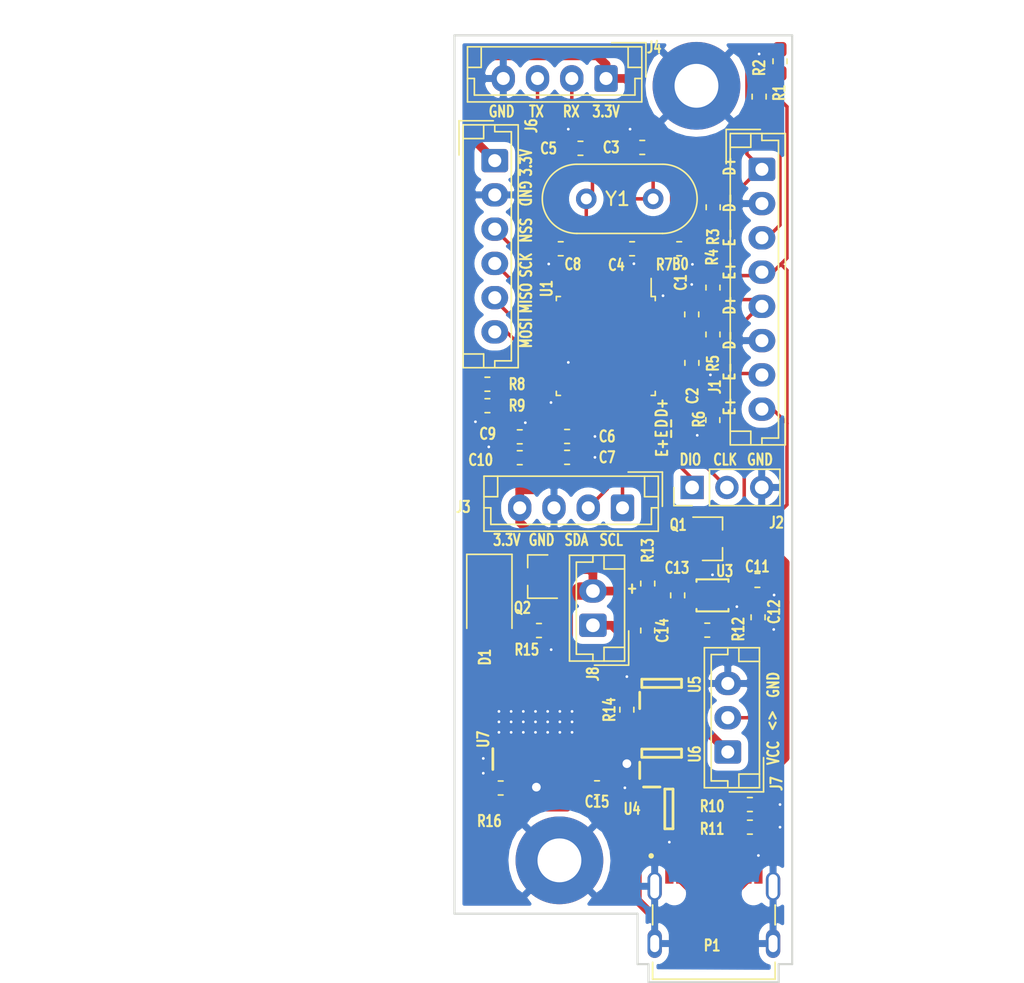
<source format=kicad_pcb>
(kicad_pcb (version 20171130) (host pcbnew "(5.1.6)-1")
  (title_block (title "EncoderBoard Schematic") (rev v1.0) (company "Developed by Paul Max Avalos Aguilar"))
  (layers (0 F.Cu signal) (31 B.Cu signal) (34 B.Paste user) (35 F.Paste user) (36 B.SilkS user) (37 F.SilkS user) (38 B.Mask user) (39 F.Mask user) (44 Edge.Cuts user))
  (net 0 "")
  (net 1 GND)
  (net 2 +3V3)
  (net 3 /SWCLK)
  (net 4 /SWDIO)
  (net 5 "Net-(D1-Pad1)")
  (net 6 /EncEnable)
  (net 7 Batt-)
  (net 8 Batt+)
  (net 9 /I2C2SCL)
  (net 10 /I2C2SDA)
  (net 11 /BLERX)
  (net 12 /BLETX)
  (net 13 VCC)
  (net 14 "Net-(U1-Pad22)")
  (net 15 "Net-(U5-Pad4)")
  (net 16 "Net-(U5-Pad3)")
  (net 17 "Net-(U5-Pad1)")
  (net 18 "Net-(U7-Pad6)")
  (net 19 "Net-(U7-Pad7)")
  (net 20 "Net-(U1-Pad29)")
  (net 21 "Net-(U1-Pad20)")
  (net 22 "/E-(b)")
  (net 23 "/E+(a)")
  (net 24 "/D+(b)")
  (net 25 "/E-(a)")
  (net 26 "/D+(a)")
  (net 27 "Net-(U1-Pad6)")
  (net 28 "Net-(U1-Pad5)")
  (net 29 "Net-(R12-Pad2)")
  (net 30 "Net-(C3-Pad2)")
  (net 31 "Net-(P1-PadA6)")
  (net 32 "Net-(P1-PadB7)")
  (net 33 "Net-(P1-PadA5)")
  (net 34 "Net-(P1-PadB8)")
  (net 35 "Net-(P1-PadA7)")
  (net 36 "Net-(P1-PadB6)")
  (net 37 "Net-(P1-PadA8)")
  (net 38 "Net-(P1-PadB5)")
  (net 39 "Net-(R14-Pad1)")
  (net 40 "Net-(U4-Pad6)")
  (net 41 "Net-(U4-Pad4)")
  (net 42 "Net-(U4-Pad3)")
  (net 43 "Net-(U4-Pad1)")
  (net 44 "Net-(U6-Pad5)")
  (net 45 "Net-(U6-Pad2)")
  (net 46 /Sens_SPINSS)
  (net 47 /Sens_SPISCK)
  (net 48 /Sens_SPIMISO)
  (net 49 /Sens_SPIMOSI)
  (net 50 /LPTIM1_IN2)
  (net 51 /LPTIM1_IN1)
  (net 52 "Net-(C5-Pad2)")
  (net 53 "Net-(C8-Pad1)")
  (net 54 "Net-(C12-Pad2)")
  (net 55 "Net-(C13-Pad2)")
  (net 56 "Net-(C13-Pad1)")
  (net 57 "Net-(C14-Pad1)")
  (net 58 "Net-(R7-Pad1)")
  (net 59 "Net-(R8-Pad2)")
  (net 60 "Net-(R16-Pad1)")
  (module Encoder:JST_EH_B4B-EH-A_1x04_P2.50mm_Vertical (layer F.Cu) (at 129.6035 116.7003 180)
    (fp_text reference J3 (at 11.6205 0.0635) (layer F.SilkS) (effects (font (size 0.8128 0.6096) (thickness 0.1524))))
    (fp_text value Conn_01x04_Male)
    (pad 1 thru_hole roundrect (at 0 0 180) (size 1.7 1.95) (drill 0.95) (layers *.Cu *.Mask) (roundrect_rratio 0.147059) (net 9 /I2C2SCL))
    (pad 2 thru_hole oval (at 2.5 0 180) (size 1.7 1.95) (drill 0.95) (layers *.Cu *.Mask) (net 10 /I2C2SDA))
    (pad 3 thru_hole oval (at 5 0 180) (size 1.7 1.95) (drill 0.95) (layers *.Cu *.Mask) (net 1 GND))
    (pad 4 thru_hole oval (at 7.5 0 180) (size 1.7 1.95) (drill 0.95) (layers *.Cu *.Mask) (net 2 +3V3))
  )
  (module Encoder:R_0603_1608Metric_Pad1.05x0.95mm_HandSolder (layer F.Cu) (at 139.573 86.69528 90)
    (fp_text reference R2 (at 2.1082 0.0127 270) (layer F.SilkS) (effects (font (size 0.8128 0.6096) (thickness 0.1524))))
    (fp_text value 560)
    (pad 1 smd roundrect (at -0.875 0 90) (size 1.05 0.95) (layers F.Cu F.Paste F.Mask) (net 25 "/E-(a)"))
    (pad 2 smd roundrect (at 0.875 0 90) (size 1.05 0.95) (layers F.Cu F.Paste F.Mask) (net 1 GND))
  )
  (module Encoder:R_0603_1608Metric_Pad1.05x0.95mm_HandSolder (layer F.Cu) (at 136.1948 110.29696 270)
    (fp_text reference R6 (at -0.0635 1.016 90) (layer F.SilkS) (effects (font (size 0.8128 0.6096) (thickness 0.1524))))
    (fp_text value 560)
    (pad 2 smd roundrect (at 0.875 0 270) (size 1.05 0.95) (layers F.Cu F.Paste F.Mask) (net 1 GND))
    (pad 1 smd roundrect (at -0.875 0 270) (size 1.05 0.95) (layers F.Cu F.Paste F.Mask) (net 22 "/E-(b)"))
  )
  (module Encoder:Crystal_HC49-U_Vertical (layer F.Cu) (at 126.95936 94.15272)
    (fp_text reference Y1 (at 2.286 0) (layer F.SilkS))
    (fp_text value 8Mhz)
    (pad 1 thru_hole circle (at 0 0) (size 1.5 1.5) (drill 0.8) (layers *.Cu *.Mask) (net 52 "Net-(C5-Pad2)"))
    (pad 2 thru_hole circle (at 4.88 0) (size 1.5 1.5) (drill 0.8) (layers *.Cu *.Mask) (net 30 "Net-(C3-Pad2)"))
  )
  (module Encoder:R_0603_1608Metric_Pad1.05x0.95mm_HandSolder (layer F.Cu) (at 136.20496 104.04856 90)
    (fp_text reference R5 (at -2.11328 0 90) (layer F.SilkS) (effects (font (size 0.8128 0.6096) (thickness 0.1524))))
    (fp_text value R)
    (pad 2 smd roundrect (at 0.875 0 90) (size 1.05 0.95) (layers F.Cu F.Paste F.Mask) (net 24 "/D+(b)"))
    (pad 1 smd roundrect (at -0.875 0 90) (size 1.05 0.95) (layers F.Cu F.Paste F.Mask) (net 51 /LPTIM1_IN1))
  )
  (module Encoder:C_0603_1608Metric_Pad1.05x0.95mm_HandSolder (layer F.Cu) (at 134.66572 106.12628 90)
    (fp_text reference C2 (at -2.39776 0.04572 90) (layer F.SilkS) (effects (font (size 0.8128 0.6096) (thickness 0.1524))))
    (fp_text value C)
    (pad 2 smd roundrect (at 0.875 0 90) (size 1.05 0.95) (layers F.Cu F.Paste F.Mask) (net 51 /LPTIM1_IN1))
    (pad 1 smd roundrect (at -0.875 0 90) (size 1.05 0.95) (layers F.Cu F.Paste F.Mask) (net 1 GND))
  )
  (module Encoder:C_0603_1608Metric_Pad1.05x0.95mm_HandSolder (layer F.Cu) (at 134.65556 102.58552 90)
    (fp_text reference C1 (at 2.33172 -0.79756 90) (layer F.SilkS) (effects (font (size 0.8128 0.6096) (thickness 0.1524))))
    (fp_text value C)
    (pad 1 smd roundrect (at -0.875 0 90) (size 1.05 0.95) (layers F.Cu F.Paste F.Mask) (net 50 /LPTIM1_IN2))
    (pad 2 smd roundrect (at 0.875 0 90) (size 1.05 0.95) (layers F.Cu F.Paste F.Mask) (net 1 GND))
  )
  (module Encoder:HRO_TYPE-C-31-M-12 (layer F.Cu) (at 136.271 148.4978)
    (fp_text reference P1 (at -0.127 0.143) (layer F.SilkS) (effects (font (size 0.8128 0.6096) (thickness 0.1524))))
    (fp_text value TYPE-C-31-M-12)
    (pad None np_thru_hole circle (at 2.89 -3.65) (size 0.7 0.7) (drill 0.7) (layers *.Cu *.Mask))
    (pad None np_thru_hole circle (at -2.89 -3.65) (size 0.7 0.7) (drill 0.7) (layers *.Cu *.Mask))
    (pad S4 thru_hole oval (at 4.32 0) (size 1.05 2.1) (drill oval 0.65 1.25) (layers *.Cu *.Mask) (net 1 GND))
    (pad S3 thru_hole oval (at -4.32 0) (size 1.05 2.1) (drill oval 0.65 1.25) (layers *.Cu *.Mask) (net 1 GND))
    (pad S2 thru_hole oval (at 4.32 -4.18) (size 1.05 2.1) (drill oval 0.65 1.75) (layers *.Cu *.Mask) (net 1 GND))
    (pad S1 thru_hole oval (at -4.32 -4.18) (size 1.05 2.1) (drill oval 0.65 1.75) (layers *.Cu *.Mask) (net 1 GND))
    (pad B1A12 smd rect (at 3.25 -5.095) (size 0.6 1.45) (layers F.Cu F.Paste F.Mask) (net 1 GND))
    (pad B4A9 smd rect (at 2.45 -5.095) (size 0.6 1.45) (layers F.Cu F.Paste F.Mask) (net 13 VCC))
    (pad B5 smd rect (at 1.75 -5.095) (size 0.3 1.45) (layers F.Cu F.Paste F.Mask) (net 38 "Net-(P1-PadB5)"))
    (pad A8 smd rect (at 1.25 -5.095) (size 0.3 1.45) (layers F.Cu F.Paste F.Mask) (net 37 "Net-(P1-PadA8)"))
    (pad B6 smd rect (at 0.75 -5.095) (size 0.3 1.45) (layers F.Cu F.Paste F.Mask) (net 36 "Net-(P1-PadB6)"))
    (pad A7 smd rect (at 0.25 -5.095) (size 0.3 1.45) (layers F.Cu F.Paste F.Mask) (net 35 "Net-(P1-PadA7)"))
    (pad B8 smd rect (at -1.75 -5.095) (size 0.3 1.45) (layers F.Cu F.Paste F.Mask) (net 34 "Net-(P1-PadB8)"))
    (pad A5 smd rect (at -1.25 -5.095) (size 0.3 1.45) (layers F.Cu F.Paste F.Mask) (net 33 "Net-(P1-PadA5)"))
    (pad B7 smd rect (at -0.75 -5.095) (size 0.3 1.45) (layers F.Cu F.Paste F.Mask) (net 32 "Net-(P1-PadB7)"))
    (pad A6 smd rect (at -0.25 -5.095) (size 0.3 1.45) (layers F.Cu F.Paste F.Mask) (net 31 "Net-(P1-PadA6)"))
    (pad A4B9 smd rect (at -2.45 -5.095) (size 0.6 1.45) (layers F.Cu F.Paste F.Mask) (net 13 VCC))
    (pad A1B12 smd rect (at -3.25 -5.095) (size 0.6 1.45) (layers F.Cu F.Paste F.Mask) (net 1 GND))
  )
  (module Encoder:JST_EH_B4B-EH-A_1x04_P2.50mm_Vertical (layer F.Cu) (at 128.40208 85.3694 180)
    (fp_text reference J4 (at -3.51536 2.26568) (layer F.SilkS) (effects (font (size 0.8128 0.6096) (thickness 0.1524))))
    (fp_text value Conn_01x04_Male)
    (pad 1 thru_hole roundrect (at 0 0 180) (size 1.7 1.95) (drill 0.95) (layers *.Cu *.Mask) (roundrect_rratio 0.147059) (net 2 +3V3))
    (pad 2 thru_hole oval (at 2.5 0 180) (size 1.7 1.95) (drill 0.95) (layers *.Cu *.Mask) (net 11 /BLERX))
    (pad 3 thru_hole oval (at 5 0 180) (size 1.7 1.95) (drill 0.95) (layers *.Cu *.Mask) (net 12 /BLETX))
    (pad 4 thru_hole oval (at 7.5 0 180) (size 1.7 1.95) (drill 0.95) (layers *.Cu *.Mask) (net 1 GND))
  )
  (module Encoder:JST_EH_B6B-EH-A_1x06_P2.50mm_Vertical (layer F.Cu) (at 120.2817 91.3638 270)
    (fp_text reference J6 (at -2.54 -2.667 90) (layer F.SilkS) (effects (font (size 0.8128 0.6096) (thickness 0.1524))))
    (fp_text value Conn_01x06_Male)
    (pad 1 thru_hole roundrect (at 0 0 270) (size 1.7 1.95) (drill 0.95) (layers *.Cu *.Mask) (roundrect_rratio 0.147059) (net 2 +3V3))
    (pad 2 thru_hole oval (at 2.5 0 270) (size 1.7 1.95) (drill 0.95) (layers *.Cu *.Mask) (net 1 GND))
    (pad 3 thru_hole oval (at 5 0 270) (size 1.7 1.95) (drill 0.95) (layers *.Cu *.Mask) (net 46 /Sens_SPINSS))
    (pad 4 thru_hole oval (at 7.5 0 270) (size 1.7 1.95) (drill 0.95) (layers *.Cu *.Mask) (net 47 /Sens_SPISCK))
    (pad 5 thru_hole oval (at 10 0 270) (size 1.7 1.95) (drill 0.95) (layers *.Cu *.Mask) (net 48 /Sens_SPIMISO))
    (pad 6 thru_hole oval (at 12.5 0 270) (size 1.7 1.95) (drill 0.95) (layers *.Cu *.Mask) (net 49 /Sens_SPIMOSI))
  )
  (module Encoder:JST_EH_B2B-EH-A_1x02_P2.50mm_Vertical (layer F.Cu) (at 127.4445 125.2728 90)
    (fp_text reference J8 (at -3.556 0 90) (layer F.SilkS) (effects (font (size 0.8128 0.6096) (thickness 0.1524))))
    (fp_text value Conn_01x02_Male)
    (pad 2 thru_hole oval (at 2.5 0 90) (size 1.7 2) (drill 1) (layers *.Cu *.Mask) (net 8 Batt+))
    (pad 1 thru_hole roundrect (at 0 0 90) (size 1.7 2) (drill 1) (layers *.Cu *.Mask) (roundrect_rratio 0.147059) (net 7 Batt-))
  )
  (module Encoder:R_0603_1608Metric_Pad1.05x0.95mm_HandSolder (layer F.Cu) (at 138.9 138.3538)
    (fp_text reference R10 (at -2.756 0.127) (layer F.SilkS) (effects (font (size 0.8128 0.6096) (thickness 0.1524))))
    (fp_text value 5.1k)
    (pad 2 smd roundrect (at 0.875 0) (size 1.05 0.95) (layers F.Cu F.Paste F.Mask) (net 1 GND))
    (pad 1 smd roundrect (at -0.875 0) (size 1.05 0.95) (layers F.Cu F.Paste F.Mask) (net 33 "Net-(P1-PadA5)"))
  )
  (module Encoder:R_0603_1608Metric_Pad1.05x0.95mm_HandSolder (layer F.Cu) (at 138.9 140.0048)
    (fp_text reference R11 (at -2.756 0.127) (layer F.SilkS) (effects (font (size 0.8128 0.6096) (thickness 0.1524))))
    (fp_text value 5.1K)
    (pad 2 smd roundrect (at 0.875 0) (size 1.05 0.95) (layers F.Cu F.Paste F.Mask) (net 1 GND))
    (pad 1 smd roundrect (at -0.875 0) (size 1.05 0.95) (layers F.Cu F.Paste F.Mask) (net 38 "Net-(P1-PadB5)"))
  )
  (module Encoder:SOT-23 (layer F.Cu) (at 136.144 118.9609)
    (fp_text reference Q1 (at -2.4765 -1.016 180) (layer F.SilkS) (effects (font (size 0.8128 0.6096) (thickness 0.1524))))
    (fp_text value Q_PMOS_GSD)
    (pad 3 smd rect (at 1 0) (size 0.9 0.8) (layers F.Cu F.Paste F.Mask) (net 23 "/E+(a)"))
    (pad 2 smd rect (at -1 0.95) (size 0.9 0.8) (layers F.Cu F.Paste F.Mask) (net 2 +3V3))
    (pad 1 smd rect (at -1 -0.95) (size 0.9 0.8) (layers F.Cu F.Paste F.Mask) (net 6 /EncEnable))
  )
  (module Encoder:C_0603_1608Metric_Pad1.05x0.95mm_HandSolder (layer F.Cu) (at 122.10542 111.5187 180)
    (fp_text reference C9 (at 2.34442 0.2159) (layer F.SilkS) (effects (font (size 0.8128 0.6096) (thickness 0.1524))))
    (fp_text value 10nF)
    (pad 2 smd roundrect (at 0.875 0 180) (size 1.05 0.95) (layers F.Cu F.Paste F.Mask) (net 1 GND))
    (pad 1 smd roundrect (at -0.875 0 180) (size 1.05 0.95) (layers F.Cu F.Paste F.Mask) (net 2 +3V3))
  )
  (module Encoder:R_0603_1608Metric_Pad1.05x0.95mm_HandSolder (layer F.Cu) (at 119.74576 109.2454 180)
    (fp_text reference R9 (at -2.159 0) (layer F.SilkS) (effects (font (size 0.8128 0.6096) (thickness 0.1524))))
    (fp_text value 10K)
    (pad 1 smd roundrect (at -0.875 0 180) (size 1.05 0.95) (layers F.Cu F.Paste F.Mask) (net 59 "Net-(R8-Pad2)"))
    (pad 2 smd roundrect (at 0.875 0 180) (size 1.05 0.95) (layers F.Cu F.Paste F.Mask) (net 1 GND))
  )
  (module Encoder:R_0603_1608Metric_Pad1.05x0.95mm_HandSolder (layer F.Cu) (at 119.74322 107.68076)
    (fp_text reference R8 (at 2.159 0) (layer F.SilkS) (effects (font (size 0.8128 0.6096) (thickness 0.1524))))
    (fp_text value 10K)
    (pad 2 smd roundrect (at 0.875 0) (size 1.05 0.95) (layers F.Cu F.Paste F.Mask) (net 59 "Net-(R8-Pad2)"))
    (pad 1 smd roundrect (at -0.875 0) (size 1.05 0.95) (layers F.Cu F.Paste F.Mask) (net 8 Batt+))
  )
  (module "Encoder:Sot-23(6)" (layer F.Cu) (at 132.461 134.6073 90)
    (fp_text reference U6 (at -0.0635 2.413 90) (layer F.SilkS) (effects (font (size 0.8128 0.6096) (thickness 0.1524))))
    (fp_text value DMosfet hide)
    (pad 6 smd rect (at 1.25 -0.95 180) (size 0.6 1.2) (layers F.Cu F.Paste F.Mask) (net 16 "Net-(U5-Pad3)"))
    (pad 5 smd rect (at 1.25 0 180) (size 0.6 1.2) (layers F.Cu F.Paste F.Mask) (net 44 "Net-(U6-Pad5)"))
    (pad 4 smd rect (at 1.25 0.95 180) (size 0.6 1.2) (layers F.Cu F.Paste F.Mask) (net 17 "Net-(U5-Pad1)"))
    (pad 3 smd rect (at -1.25 0.95 180) (size 0.6 1.2) (layers F.Cu F.Paste F.Mask) (net 7 Batt-))
    (pad 2 smd rect (at -1.25 0 180) (size 0.6 1.2) (layers F.Cu F.Paste F.Mask) (net 45 "Net-(U6-Pad2)"))
    (pad 1 smd rect (at -1.25 -0.95 180) (size 0.6 1.2) (layers F.Cu F.Paste F.Mask) (net 1 GND))
  )
  (module "Encoder:Sot-23(6)" (layer F.Cu) (at 132.989 138.6738)
    (fp_text reference U4 (at -2.687 -0.0025) (layer F.SilkS) (effects (font (size 0.8128 0.6096) (thickness 0.1524))))
    (fp_text value 82402305 hide)
    (pad 6 smd rect (at 1.25 -0.95 90) (size 0.6 1.2) (layers F.Cu F.Paste F.Mask) (net 40 "Net-(U4-Pad6)"))
    (pad 5 smd rect (at 1.25 0 90) (size 0.6 1.2) (layers F.Cu F.Paste F.Mask) (net 13 VCC))
    (pad 4 smd rect (at 1.25 0.95 90) (size 0.6 1.2) (layers F.Cu F.Paste F.Mask) (net 41 "Net-(U4-Pad4)"))
    (pad 3 smd rect (at -1.25 0.95 90) (size 0.6 1.2) (layers F.Cu F.Paste F.Mask) (net 42 "Net-(U4-Pad3)"))
    (pad 2 smd rect (at -1.25 0 90) (size 0.6 1.2) (layers F.Cu F.Paste F.Mask) (net 1 GND))
    (pad 1 smd rect (at -1.25 -0.95 90) (size 0.6 1.2) (layers F.Cu F.Paste F.Mask) (net 43 "Net-(U4-Pad1)"))
  )
  (module Encoder:R_0603_1608Metric_Pad1.05x0.95mm_HandSolder (layer F.Cu) (at 123.5075 125.6538)
    (fp_text reference R15 (at -0.889 1.397) (layer F.SilkS) (effects (font (size 0.8128 0.6096) (thickness 0.1524))))
    (fp_text value 10K)
    (pad 2 smd roundrect (at 0.875 0) (size 1.05 0.95) (layers F.Cu F.Paste F.Mask) (net 1 GND))
    (pad 1 smd roundrect (at -0.875 0) (size 1.05 0.95) (layers F.Cu F.Paste F.Mask) (net 13 VCC))
  )
  (module Encoder:R_0603_1608Metric_Pad1.05x0.95mm_HandSolder (layer F.Cu) (at 131.445 122.2248 270)
    (fp_text reference R13 (at -2.413 0 90) (layer F.SilkS) (effects (font (size 0.8128 0.6096) (thickness 0.1524))))
    (fp_text value 100)
    (pad 2 smd roundrect (at 0.875 0 270) (size 1.05 0.95) (layers F.Cu F.Paste F.Mask) (net 57 "Net-(C14-Pad1)"))
    (pad 1 smd roundrect (at -0.875 0 270) (size 1.05 0.95) (layers F.Cu F.Paste F.Mask) (net 8 Batt+))
  )
  (module Encoder:R_0603_1608Metric_Pad1.05x0.95mm_HandSolder (layer F.Cu) (at 129.921 131.4323 90)
    (fp_text reference R14 (at 0 -1.27 90) (layer F.SilkS) (effects (font (size 0.8128 0.6096) (thickness 0.1524))))
    (fp_text value 1K)
    (pad 2 smd roundrect (at 0.875 0 90) (size 1.05 0.95) (layers F.Cu F.Paste F.Mask) (net 1 GND))
    (pad 1 smd roundrect (at -0.875 0 90) (size 1.05 0.95) (layers F.Cu F.Paste F.Mask) (net 39 "Net-(R14-Pad1)"))
  )
  (module Encoder:R_0603_1608Metric_Pad1.05x0.95mm_HandSolder (layer F.Cu) (at 120.7135 137.1473 180)
    (fp_text reference R16 (at 0.8255 -2.413) (layer F.SilkS) (effects (font (size 0.8128 0.6096) (thickness 0.1524))))
    (fp_text value 1.5K)
    (pad 1 smd roundrect (at -0.875 0 180) (size 1.05 0.95) (layers F.Cu F.Paste F.Mask) (net 60 "Net-(R16-Pad1)"))
    (pad 2 smd roundrect (at 0.875 0 180) (size 1.05 0.95) (layers F.Cu F.Paste F.Mask) (net 1 GND))
  )
  (module Encoder:SOT-23 (layer F.Cu) (at 123.444 121.7168 180)
    (fp_text reference Q2 (at 1.143 -2.286) (layer F.SilkS) (effects (font (size 0.8128 0.6096) (thickness 0.1524))))
    (fp_text value Q_PMOS_GSD)
    (pad 3 smd rect (at 1 0 180) (size 0.9 0.8) (layers F.Cu F.Paste F.Mask) (net 8 Batt+))
    (pad 2 smd rect (at -1 0.95 180) (size 0.9 0.8) (layers F.Cu F.Paste F.Mask) (net 5 "Net-(D1-Pad1)"))
    (pad 1 smd rect (at -1 -0.95 180) (size 0.9 0.8) (layers F.Cu F.Paste F.Mask) (net 13 VCC))
  )
  (module "Encoder:Sot-23(6)" (layer F.Cu) (at 132.461 129.5073 90)
    (fp_text reference U5 (at -0.0835 2.413 90) (layer F.SilkS) (effects (font (size 0.8128 0.6096) (thickness 0.1524))))
    (fp_text value DW01+G hide)
    (pad 6 smd rect (at 1.25 -0.95 180) (size 0.6 1.2) (layers F.Cu F.Paste F.Mask) (net 7 Batt-))
    (pad 5 smd rect (at 1.25 0 180) (size 0.6 1.2) (layers F.Cu F.Paste F.Mask) (net 57 "Net-(C14-Pad1)"))
    (pad 4 smd rect (at 1.25 0.95 180) (size 0.6 1.2) (layers F.Cu F.Paste F.Mask) (net 15 "Net-(U5-Pad4)"))
    (pad 3 smd rect (at -1.25 0.95 180) (size 0.6 1.2) (layers F.Cu F.Paste F.Mask) (net 16 "Net-(U5-Pad3)"))
    (pad 2 smd rect (at -1.25 0 180) (size 0.6 1.2) (layers F.Cu F.Paste F.Mask) (net 39 "Net-(R14-Pad1)"))
    (pad 1 smd rect (at -1.25 -0.95 180) (size 0.6 1.2) (layers F.Cu F.Paste F.Mask) (net 17 "Net-(U5-Pad1)"))
  )
  (module "Encoder:Sop(8)" (layer F.Cu) (at 122.7455 132.3213 90)
    (fp_text reference U7 (at -1.27 -3.302 90) (layer F.SilkS) (effects (font (size 0.8128 0.6096) (thickness 0.1524))))
    (fp_text value TP4056 hide)
    (pad 1 smd rect (at -2.712 -1.905 180) (size 0.7 1.525) (layers F.Cu F.Paste F.Mask) (net 1 GND))
    (pad 2 smd rect (at -2.712 -0.635 180) (size 0.7 1.525) (layers F.Cu F.Paste F.Mask) (net 60 "Net-(R16-Pad1)"))
    (pad 3 smd rect (at -2.712 0.635 180) (size 0.7 1.525) (layers F.Cu F.Paste F.Mask) (net 1 GND))
    (pad 4 smd rect (at -2.712 1.905 180) (size 0.7 1.525) (layers F.Cu F.Paste F.Mask) (net 13 VCC))
    (pad 5 smd rect (at 2.712 1.905 180) (size 0.7 1.525) (layers F.Cu F.Paste F.Mask) (net 8 Batt+))
    (pad 6 smd rect (at 2.712 0.635 180) (size 0.7 1.525) (layers F.Cu F.Paste F.Mask) (net 18 "Net-(U7-Pad6)"))
    (pad 7 smd rect (at 2.712 -0.635 180) (size 0.7 1.525) (layers F.Cu F.Paste F.Mask) (net 19 "Net-(U7-Pad7)"))
    (pad 8 smd rect (at 2.712 -1.905 180) (size 0.7 1.525) (layers F.Cu F.Paste F.Mask) (net 13 VCC))
    (pad 9 smd rect (at 0 0 90) (size 2.513 3.402) (layers F.Cu F.Paste F.Mask) (net 1 GND))
  )
  (module Encoder:C_0603_1608Metric_Pad1.05x0.95mm_HandSolder (layer F.Cu) (at 131.445 125.6538 270)
    (fp_text reference C14 (at 0 -1.0795 90) (layer F.SilkS) (effects (font (size 0.8128 0.6096) (thickness 0.1524))))
    (fp_text value 100nF)
    (pad 2 smd roundrect (at 0.875 0 270) (size 1.05 0.95) (layers F.Cu F.Paste F.Mask) (net 7 Batt-))
    (pad 1 smd roundrect (at -0.875 0 270) (size 1.05 0.95) (layers F.Cu F.Paste F.Mask) (net 57 "Net-(C14-Pad1)"))
  )
  (module Encoder:DFN-6_DC (layer F.Cu) (at 136.1694 123.0884 180)
    (fp_text reference U3 (at -0.889 1.778) (layer F.SilkS) (effects (font (size 0.8128 0.6096) (thickness 0.1524))))
    (fp_text value LTC3240)
    (pad 7 smd rect (at 0 0 180) (size 0.61 1.42) (layers F.Cu F.Paste F.Mask) (net 1 GND))
    (pad 6 smd rect (at 0.9524 -0.5 180) (size 0.8048 0.3) (layers F.Cu F.Paste F.Mask) (net 29 "Net-(R12-Pad2)"))
    (pad 5 smd rect (at 0.9524 0 180) (size 0.8048 0.3) (layers F.Cu F.Paste F.Mask) (net 56 "Net-(C13-Pad1)"))
    (pad 4 smd rect (at 0.9524 0.5 180) (size 0.8048 0.3) (layers F.Cu F.Paste F.Mask) (net 55 "Net-(C13-Pad2)"))
    (pad 3 smd rect (at -0.9524 0.5 180) (size 0.8048 0.3) (layers F.Cu F.Paste F.Mask) (net 2 +3V3))
    (pad 2 smd rect (at -0.9524 0 180) (size 0.8048 0.3) (layers F.Cu F.Paste F.Mask) (net 54 "Net-(C12-Pad2)"))
    (pad 1 smd rect (at -0.9524 -0.5 180) (size 0.8048 0.3) (layers F.Cu F.Paste F.Mask) (net 1 GND))
  )
  (module Encoder:R_0603_1608Metric_Pad1.05x0.95mm_HandSolder (layer F.Cu) (at 135.7884 125.6284 180)
    (fp_text reference R12 (at -2.27584 0.0762 90) (layer F.SilkS) (effects (font (size 0.8128 0.6096) (thickness 0.1524))))
    (fp_text value 10K)
    (pad 2 smd roundrect (at 0.875 0 180) (size 1.05 0.95) (layers F.Cu F.Paste F.Mask) (net 29 "Net-(R12-Pad2)"))
    (pad 1 smd roundrect (at -0.875 0 180) (size 1.05 0.95) (layers F.Cu F.Paste F.Mask) (net 54 "Net-(C12-Pad2)"))
  )
  (module Encoder:C_0603_1608Metric_Pad1.05x0.95mm_HandSolder (layer F.Cu) (at 139.4968 124.6886 90)
    (fp_text reference C12 (at 0.4064 1.1684 90) (layer F.SilkS) (effects (font (size 0.8128 0.6096) (thickness 0.1524))))
    (fp_text value 1uF)
    (pad 2 smd roundrect (at 0.875 0 90) (size 1.05 0.95) (layers F.Cu F.Paste F.Mask) (net 54 "Net-(C12-Pad2)"))
    (pad 1 smd roundrect (at -0.875 0 90) (size 1.05 0.95) (layers F.Cu F.Paste F.Mask) (net 1 GND))
  )
  (module Encoder:C_0603_1608Metric_Pad1.05x0.95mm_HandSolder (layer F.Cu) (at 133.6294 123.0884 90)
    (fp_text reference C13 (at 2.0066 -0.0508 180) (layer F.SilkS) (effects (font (size 0.8128 0.6096) (thickness 0.1524))))
    (fp_text value 1uF)
    (pad 2 smd roundrect (at 0.875 0 90) (size 1.05 0.95) (layers F.Cu F.Paste F.Mask) (net 55 "Net-(C13-Pad2)"))
    (pad 1 smd roundrect (at -0.875 0 90) (size 1.05 0.95) (layers F.Cu F.Paste F.Mask) (net 56 "Net-(C13-Pad1)"))
  )
  (module Encoder:C_0603_1608Metric_Pad1.05x0.95mm_HandSolder (layer F.Cu) (at 139.446 121.9962)
    (fp_text reference C11 (at 0 -1.016) (layer F.SilkS) (effects (font (size 0.8128 0.6096) (thickness 0.1524))))
    (fp_text value 4.7uF)
    (pad 2 smd roundrect (at 0.875 0) (size 1.05 0.95) (layers F.Cu F.Paste F.Mask) (net 1 GND))
    (pad 1 smd roundrect (at -0.875 0) (size 1.05 0.95) (layers F.Cu F.Paste F.Mask) (net 2 +3V3))
  )
  (module Encoder:C_0603_1608Metric_Pad1.05x0.95mm_HandSolder (layer F.Cu) (at 125.55982 113.0173)
    (fp_text reference C7 (at 2.921 0) (layer F.SilkS) (effects (font (size 0.8128 0.6096) (thickness 0.1524))))
    (fp_text value 4.7uF)
    (pad 2 smd roundrect (at 0.875 0) (size 1.05 0.95) (layers F.Cu F.Paste F.Mask) (net 1 GND))
    (pad 1 smd roundrect (at -0.875 0) (size 1.05 0.95) (layers F.Cu F.Paste F.Mask) (net 2 +3V3))
  )
  (module Encoder:C_0603_1608Metric_Pad1.05x0.95mm_HandSolder (layer F.Cu) (at 131.04368 90.40114)
    (fp_text reference C3 (at -2.26568 0) (layer F.SilkS) (effects (font (size 0.8128 0.6096) (thickness 0.1524))))
    (fp_text value 12pF)
    (pad 2 smd roundrect (at 0.875 0) (size 1.05 0.95) (layers F.Cu F.Paste F.Mask) (net 30 "Net-(C3-Pad2)"))
    (pad 1 smd roundrect (at -0.875 0) (size 1.05 0.95) (layers F.Cu F.Paste F.Mask) (net 1 GND))
  )
  (module Encoder:R_0603_1608Metric_Pad1.05x0.95mm_HandSolder (layer F.Cu) (at 133.74116 97.79508)
    (fp_text reference R7 (at -1.0922 1.15824) (layer F.SilkS) (effects (font (size 0.8128 0.6096) (thickness 0.1524))))
    (fp_text value 10K)
    (pad 2 smd roundrect (at 0.875 0) (size 1.05 0.95) (layers F.Cu F.Paste F.Mask) (net 1 GND))
    (pad 1 smd roundrect (at -0.875 0) (size 1.05 0.95) (layers F.Cu F.Paste F.Mask) (net 58 "Net-(R7-Pad1)"))
  )
  (module Encoder:C_0603_1608Metric_Pad1.05x0.95mm_HandSolder (layer F.Cu) (at 125.55982 111.4933)
    (fp_text reference C6 (at 2.921 0) (layer F.SilkS) (effects (font (size 0.8128 0.6096) (thickness 0.1524))))
    (fp_text value 100nF)
    (pad 2 smd roundrect (at 0.875 0) (size 1.05 0.95) (layers F.Cu F.Paste F.Mask) (net 1 GND))
    (pad 1 smd roundrect (at -0.875 0) (size 1.05 0.95) (layers F.Cu F.Paste F.Mask) (net 2 +3V3))
  )
  (module Encoder:C_0603_1608Metric_Pad1.05x0.95mm_HandSolder (layer F.Cu) (at 122.10542 113.0427 180)
    (fp_text reference C10 (at 2.85242 -0.1651) (layer F.SilkS) (effects (font (size 0.8128 0.6096) (thickness 0.1524))))
    (fp_text value 1uF)
    (pad 2 smd roundrect (at 0.875 0 180) (size 1.05 0.95) (layers F.Cu F.Paste F.Mask) (net 1 GND))
    (pad 1 smd roundrect (at -0.875 0 180) (size 1.05 0.95) (layers F.Cu F.Paste F.Mask) (net 2 +3V3))
  )
  (module Encoder:C_0603_1608Metric_Pad1.05x0.95mm_HandSolder (layer F.Cu) (at 126.53518 90.46464)
    (fp_text reference C5 (at -2.32918 0.01016) (layer F.SilkS) (effects (font (size 0.8128 0.6096) (thickness 0.1524))))
    (fp_text value 12pF)
    (pad 2 smd roundrect (at 0.875 0) (size 1.05 0.95) (layers F.Cu F.Paste F.Mask) (net 52 "Net-(C5-Pad2)"))
    (pad 1 smd roundrect (at -0.875 0) (size 1.05 0.95) (layers F.Cu F.Paste F.Mask) (net 1 GND))
  )
  (module Encoder:C_0603_1608Metric_Pad1.05x0.95mm_HandSolder (layer F.Cu) (at 130.302 97.79508 180)
    (fp_text reference C4 (at 1.143 -1.18872) (layer F.SilkS) (effects (font (size 0.8128 0.6096) (thickness 0.1524))))
    (fp_text value 100nF)
    (pad 2 smd roundrect (at 0.875 0 180) (size 1.05 0.95) (layers F.Cu F.Paste F.Mask) (net 1 GND))
    (pad 1 smd roundrect (at -0.875 0 180) (size 1.05 0.95) (layers F.Cu F.Paste F.Mask) (net 2 +3V3))
  )
  (module Encoder:C_0603_1608Metric_Pad1.05x0.95mm_HandSolder (layer F.Cu) (at 125.095 97.79508 180)
    (fp_text reference C8 (at -0.88392 -1.13284) (layer F.SilkS) (effects (font (size 0.8128 0.6096) (thickness 0.1524))))
    (fp_text value 100nF)
    (pad 2 smd roundrect (at 0.875 0 180) (size 1.05 0.95) (layers F.Cu F.Paste F.Mask) (net 1 GND))
    (pad 1 smd roundrect (at -0.875 0 180) (size 1.05 0.95) (layers F.Cu F.Paste F.Mask) (net 53 "Net-(C8-Pad1)"))
  )
  (module Encoder:PinHeader_1x03_P2.54mm_Vertical (layer F.Cu) (at 134.6835 115.2144 90)
    (fp_text reference J2 (at -2.5654 6.1595 180) (layer F.SilkS) (effects (font (size 0.8128 0.6096) (thickness 0.1524))))
    (fp_text value Conn_01x03_Male)
    (pad 3 thru_hole oval (at 0 5.08 90) (size 1.7 1.7) (drill 1) (layers *.Cu *.Mask) (net 1 GND))
    (pad 2 thru_hole oval (at 0 2.54 90) (size 1.7 1.7) (drill 1) (layers *.Cu *.Mask) (net 3 /SWCLK))
    (pad 1 thru_hole rect (at 0 0 90) (size 1.7 1.7) (drill 1) (layers *.Cu *.Mask) (net 4 /SWDIO))
  )
  (module Encoder:C_0603_1608Metric_Pad1.05x0.95mm_HandSolder (layer F.Cu) (at 127.74422 137.13206)
    (fp_text reference C15 (at 0 1.016) (layer F.SilkS) (effects (font (size 0.8128 0.6096) (thickness 0.1524))))
    (fp_text value 10uF)
    (pad 1 smd roundrect (at -0.875 0) (size 1.05 0.95) (layers F.Cu F.Paste F.Mask) (net 13 VCC))
    (pad 2 smd roundrect (at 0.875 0) (size 1.05 0.95) (layers F.Cu F.Paste F.Mask) (net 1 GND))
  )
  (module Encoder:MountingHole_3.2mm_M3_Pad (layer F.Cu) (at 125 142.4258)
    (fp_text reference H1)
    (fp_text value MountingHole_Pad)
    (pad 1 thru_hole circle (at 0 0) (size 6.4 6.4) (drill 3.2) (layers *.Cu *.Mask) (net 1 GND))
  )
  (module Connector_JST:JST_EH_B3B-EH-A_1x03_P2.50mm_Vertical (layer F.Cu) (at 137.287 134.5184 90)
    (fp_text reference J7 (at -2.3114 3.556 90) (layer F.SilkS) (effects (font (size 0.8128 0.6096) (thickness 0.1524))))
    (fp_text value Conn_01x03_Male)
    (pad 3 thru_hole oval (at 5 0 90) (size 1.7 1.95) (drill 0.95) (layers *.Cu *.Mask) (net 1 GND))
    (pad 2 thru_hole oval (at 2.5 0 90) (size 1.7 1.95) (drill 0.95) (layers *.Cu *.Mask) (net 54 "Net-(C12-Pad2)"))
    (pad 1 thru_hole roundrect (at 0 0 90) (size 1.7 1.95) (drill 0.95) (layers *.Cu *.Mask) (roundrect_rratio 0.147059) (net 5 "Net-(D1-Pad1)"))
  )
  (module Encoder:D_SMA (layer F.Cu) (at 119.888 123.4948 270)
    (fp_text reference D1 (at 4.09956 0.32512 90) (layer F.SilkS) (effects (font (size 0.8128 0.6096) (thickness 0.1524))))
    (fp_text value D)
    (pad 2 smd rect (at 2 0 270) (size 2.5 1.8) (layers F.Cu F.Paste F.Mask) (net 13 VCC))
    (pad 1 smd rect (at -2 0 270) (size 2.5 1.8) (layers F.Cu F.Paste F.Mask) (net 5 "Net-(D1-Pad1)"))
  )
  (module Package_QFP:LQFP-32_7x7mm_P0.8mm (layer F.Cu) (at 128.3843 104.8893 270)
    (fp_text reference U1 (at -4.191 4.318 90) (layer F.SilkS) (effects (font (size 0.8128 0.6096) (thickness 0.1524))))
    (fp_text value STM32G431KBT6)
    (pad 32 smd roundrect (at -2.8 -4.175 270) (size 0.5 1.5) (layers F.Cu F.Paste F.Mask) (net 1 GND))
    (pad 31 smd roundrect (at -2 -4.175 270) (size 0.5 1.5) (layers F.Cu F.Paste F.Mask) (net 58 "Net-(R7-Pad1)"))
    (pad 30 smd roundrect (at -1.2 -4.175 270) (size 0.5 1.5) (layers F.Cu F.Paste F.Mask) (net 50 /LPTIM1_IN2))
    (pad 29 smd roundrect (at -0.4 -4.175 270) (size 0.5 1.5) (layers F.Cu F.Paste F.Mask) (net 20 "Net-(U1-Pad29)"))
    (pad 28 smd roundrect (at 0.4 -4.175 270) (size 0.5 1.5) (layers F.Cu F.Paste F.Mask) (net 51 /LPTIM1_IN1))
    (pad 27 smd roundrect (at 1.2 -4.175 270) (size 0.5 1.5) (layers F.Cu F.Paste F.Mask) (net 6 /EncEnable))
    (pad 26 smd roundrect (at 2 -4.175 270) (size 0.5 1.5) (layers F.Cu F.Paste F.Mask) (net 51 /LPTIM1_IN1))
    (pad 25 smd roundrect (at 2.8 -4.175 270) (size 0.5 1.5) (layers F.Cu F.Paste F.Mask) (net 50 /LPTIM1_IN2))
    (pad 24 smd roundrect (at 4.175 -2.8 270) (size 1.5 0.5) (layers F.Cu F.Paste F.Mask) (net 3 /SWCLK))
    (pad 23 smd roundrect (at 4.175 -2 270) (size 1.5 0.5) (layers F.Cu F.Paste F.Mask) (net 4 /SWDIO))
    (pad 22 smd roundrect (at 4.175 -1.2 270) (size 1.5 0.5) (layers F.Cu F.Paste F.Mask) (net 14 "Net-(U1-Pad22)"))
    (pad 21 smd roundrect (at 4.175 -0.4 270) (size 1.5 0.5) (layers F.Cu F.Paste F.Mask) (net 13 VCC))
    (pad 20 smd roundrect (at 4.175 0.4 270) (size 1.5 0.5) (layers F.Cu F.Paste F.Mask) (net 21 "Net-(U1-Pad20)"))
    (pad 19 smd roundrect (at 4.175 1.2 270) (size 1.5 0.5) (layers F.Cu F.Paste F.Mask) (net 9 /I2C2SCL))
    (pad 18 smd roundrect (at 4.175 2 270) (size 1.5 0.5) (layers F.Cu F.Paste F.Mask) (net 10 /I2C2SDA))
    (pad 17 smd roundrect (at 4.175 2.8 270) (size 1.5 0.5) (layers F.Cu F.Paste F.Mask) (net 2 +3V3))
    (pad 16 smd roundrect (at 2.8 4.175 270) (size 0.5 1.5) (layers F.Cu F.Paste F.Mask) (net 1 GND))
    (pad 15 smd roundrect (at 2 4.175 270) (size 0.5 1.5) (layers F.Cu F.Paste F.Mask) (net 2 +3V3))
    (pad 14 smd roundrect (at 1.2 4.175 270) (size 0.5 1.5) (layers F.Cu F.Paste F.Mask) (net 1 GND))
    (pad 13 smd roundrect (at 0.4 4.175 270) (size 0.5 1.5) (layers F.Cu F.Paste F.Mask) (net 59 "Net-(R8-Pad2)"))
    (pad 12 smd roundrect (at -0.4 4.175 270) (size 0.5 1.5) (layers F.Cu F.Paste F.Mask) (net 49 /Sens_SPIMOSI))
    (pad 11 smd roundrect (at -1.2 4.175 270) (size 0.5 1.5) (layers F.Cu F.Paste F.Mask) (net 48 /Sens_SPIMISO))
    (pad 10 smd roundrect (at -2 4.175 270) (size 0.5 1.5) (layers F.Cu F.Paste F.Mask) (net 47 /Sens_SPISCK))
    (pad 9 smd roundrect (at -2.8 4.175 270) (size 0.5 1.5) (layers F.Cu F.Paste F.Mask) (net 46 /Sens_SPINSS))
    (pad 8 smd roundrect (at -4.175 2.8 270) (size 1.5 0.5) (layers F.Cu F.Paste F.Mask) (net 12 /BLETX))
    (pad 7 smd roundrect (at -4.175 2 270) (size 1.5 0.5) (layers F.Cu F.Paste F.Mask) (net 11 /BLERX))
    (pad 6 smd roundrect (at -4.175 1.2 270) (size 1.5 0.5) (layers F.Cu F.Paste F.Mask) (net 27 "Net-(U1-Pad6)"))
    (pad 5 smd roundrect (at -4.175 0.4 270) (size 1.5 0.5) (layers F.Cu F.Paste F.Mask) (net 28 "Net-(U1-Pad5)"))
    (pad 4 smd roundrect (at -4.175 -0.4 270) (size 1.5 0.5) (layers F.Cu F.Paste F.Mask) (net 53 "Net-(C8-Pad1)"))
    (pad 3 smd roundrect (at -4.175 -1.2 270) (size 1.5 0.5) (layers F.Cu F.Paste F.Mask) (net 52 "Net-(C5-Pad2)"))
    (pad 2 smd roundrect (at -4.175 -2 270) (size 1.5 0.5) (layers F.Cu F.Paste F.Mask) (net 30 "Net-(C3-Pad2)"))
    (pad 1 smd roundrect (at -4.175 -2.8 270) (size 1.5 0.5) (layers F.Cu F.Paste F.Mask) (net 2 +3V3))
  )
  (module Encoder:R_0603_1608Metric_Pad1.05x0.95mm_HandSolder (layer F.Cu) (at 141.097 84.1121 90)
    (fp_text reference R1 (at -2.2987 -0.0508 90) (layer F.SilkS) (effects (font (size 0.8128 0.6096) (thickness 0.1524))))
    (fp_text value 1.2K)
    (pad 1 smd roundrect (at -0.875 0 90) (size 1.05 0.95) (layers F.Cu F.Paste F.Mask) (net 23 "/E+(a)"))
    (pad 2 smd roundrect (at 0.875 0 90) (size 1.05 0.95) (layers F.Cu F.Paste F.Mask) (net 26 "/D+(a)"))
  )
  (module Encoder:R_0603_1608Metric_Pad1.05x0.95mm_HandSolder (layer F.Cu) (at 136.20496 100.62972 270)
    (fp_text reference R4 (at -2.2225 0.0635 90) (layer F.SilkS) (effects (font (size 0.8128 0.6096) (thickness 0.1524))))
    (fp_text value 1.2K)
    (pad 1 smd roundrect (at -0.875 0 270) (size 1.05 0.95) (layers F.Cu F.Paste F.Mask) (net 23 "/E+(a)"))
    (pad 2 smd roundrect (at 0.875 0 270) (size 1.05 0.95) (layers F.Cu F.Paste F.Mask) (net 24 "/D+(b)"))
  )
  (module Encoder:JST_EH_B8B-EH-A_1x08_P2.50mm_Vertical (layer F.Cu) (at 139.7762 91.9988 270)
    (fp_text reference J1 (at 15.875 3.429 90) (layer F.SilkS) (effects (font (size 0.8128 0.6096) (thickness 0.1524))))
    (fp_text value Conn_01x08_Male)
    (pad 8 thru_hole oval (at 17.5 0 270) (size 1.7 1.95) (drill 0.95) (layers *.Cu *.Mask) (net 23 "/E+(a)"))
    (pad 7 thru_hole oval (at 15 0 270) (size 1.7 1.95) (drill 0.95) (layers *.Cu *.Mask) (net 22 "/E-(b)"))
    (pad 6 thru_hole oval (at 12.5 0 270) (size 1.7 1.95) (drill 0.95) (layers *.Cu *.Mask) (net 1 GND))
    (pad 5 thru_hole oval (at 10 0 270) (size 1.7 1.95) (drill 0.95) (layers *.Cu *.Mask) (net 24 "/D+(b)"))
    (pad 4 thru_hole oval (at 7.5 0 270) (size 1.7 1.95) (drill 0.95) (layers *.Cu *.Mask) (net 23 "/E+(a)"))
    (pad 3 thru_hole oval (at 5 0 270) (size 1.7 1.95) (drill 0.95) (layers *.Cu *.Mask) (net 25 "/E-(a)"))
    (pad 2 thru_hole oval (at 2.5 0 270) (size 1.7 1.95) (drill 0.95) (layers *.Cu *.Mask) (net 1 GND))
    (pad 1 thru_hole roundrect (at 0 0 270) (size 1.7 1.95) (drill 0.95) (layers *.Cu *.Mask) (roundrect_rratio 0.147059) (net 26 "/D+(a)"))
  )
  (module Encoder:R_0603_1608Metric_Pad1.05x0.95mm_HandSolder (layer F.Cu) (at 136.2202 94.7674 90)
    (fp_text reference R3 (at -2.159 0 90) (layer F.SilkS) (effects (font (size 0.8128 0.6096) (thickness 0.1524))))
    (fp_text value R)
    (pad 1 smd roundrect (at -0.875 0 90) (size 1.05 0.95) (layers F.Cu F.Paste F.Mask) (net 50 /LPTIM1_IN2))
    (pad 2 smd roundrect (at 0.875 0 90) (size 1.05 0.95) (layers F.Cu F.Paste F.Mask) (net 26 "/D+(a)"))
  )
  (module Encoder:MountingHole_3.2mm_M3_Pad (layer F.Cu) (at 135 85.9028)
    (fp_text reference H2)
    (fp_text value MountingHole_Pad)
    (pad 1 thru_hole circle (at 0 0) (size 6.4 6.4) (drill 3.2) (layers *.Cu *.Mask) (net 1 GND))
  )
  (gr_text - (at 133.096 110.5408 90) (layer F.SilkS) (effects (font (size 0.8128 0.6096) (thickness 0.1524))))
  (gr_text - (at 133.096 111.3028 90) (layer F.SilkS) (effects (font (size 0.8128 0.6096) (thickness 0.1524))))
  (gr_text E+ (at 132.49148 112.3188 90) (layer F.SilkS) (effects (font (size 0.8128 0.6096) (thickness 0.1524))))
  (gr_text E (at 132.461 111.3028 90) (layer F.SilkS) (effects (font (size 0.8128 0.6096) (thickness 0.1524))))
  (gr_text "D\n" (at 132.461 110.5408 90) (layer F.SilkS) (effects (font (size 0.8128 0.6096) (thickness 0.1524))))
  (gr_text D+ (at 132.461 109.3978 90) (layer F.SilkS) (effects (font (size 0.8128 0.6096) (thickness 0.1524))))
  (gr_text D- (at 137.414 94.4245 90) (layer F.SilkS) (effects (font (size 0.8128 0.6096) (thickness 0.1524))))
  (gr_text D+ (at 137.414 91.7575 90) (layer F.SilkS) (effects (font (size 0.8128 0.6096) (thickness 0.1524))))
  (gr_text E+ (at 137.414 109.2835 90) (layer F.SilkS) (effects (font (size 0.8128 0.6096) (thickness 0.1524))))
  (gr_text D+ (at 137.414 101.9048 90) (layer F.SilkS) (effects (font (size 0.8128 0.6096) (thickness 0.1524))))
  (gr_text D- (at 137.414 104.4448 90) (layer F.SilkS) (effects (font (size 0.8128 0.6096) (thickness 0.1524))))
  (gr_text E- (at 137.414 106.7435 90) (layer F.SilkS) (effects (font (size 0.8128 0.6096) (thickness 0.1524))))
  (gr_text E- (at 137.414 96.9518 90) (layer F.SilkS) (effects (font (size 0.8128 0.6096) (thickness 0.1524))))
  (gr_text E+ (at 137.414 99.3775 90) (layer F.SilkS) (effects (font (size 0.8128 0.6096) (thickness 0.1524))))
  (gr_text NSS (at 122.5677 96.4438 90) (layer F.SilkS) (effects (font (size 0.8128 0.6096) (thickness 0.1524))))
  (gr_text SCK (at 122.5677 98.9838 90) (layer F.SilkS) (effects (font (size 0.8128 0.6096) (thickness 0.1524))))
  (gr_text "MISO\n" (at 122.5677 101.3968 90) (layer F.SilkS) (effects (font (size 0.8128 0.6096) (thickness 0.1524))))
  (gr_text MOSI (at 122.5677 103.9368 90) (layer F.SilkS) (effects (font (size 0.8128 0.6096) (thickness 0.1524))))
  (gr_text GND (at 122.48388 93.76156 270) (layer F.SilkS) (effects (font (size 0.8128 0.6096) (thickness 0.1524))))
  (gr_text 3.3V (at 122.56516 91.5162 90) (layer F.SilkS) (effects (font (size 0.8128 0.6096) (thickness 0.1524))))
  (gr_text RX (at 125.86208 87.7824) (layer F.SilkS) (effects (font (size 0.8128 0.6096) (thickness 0.1524))))
  (gr_text TX (at 123.32208 87.7824) (layer F.SilkS) (effects (font (size 0.8128 0.6096) (thickness 0.1524))))
  (gr_text GND (at 120.78208 87.7824) (layer F.SilkS) (effects (font (size 0.8128 0.6096) (thickness 0.1524))))
  (gr_text 3.3V (at 128.40208 87.7824) (layer F.SilkS) (effects (font (size 0.8128 0.6096) (thickness 0.1524))))
  (gr_text 3.3V (at 121.158 119.0498) (layer F.SilkS) (effects (font (size 0.8128 0.6096) (thickness 0.1524))))
  (gr_text GND (at 123.698 119.0498) (layer F.SilkS) (effects (font (size 0.8128 0.6096) (thickness 0.1524))))
  (gr_text SDA (at 126.238 119.0498) (layer F.SilkS) (effects (font (size 0.8128 0.6096) (thickness 0.1524))))
  (gr_text SCL (at 128.778 119.0498) (layer F.SilkS) (effects (font (size 0.8128 0.6096) (thickness 0.1524))))
  (gr_text GND (at 139.6365 113.1824) (layer F.SilkS) (effects (font (size 0.8128 0.6096) (thickness 0.1524))))
  (gr_text "CLK\n" (at 137.0965 113.1824) (layer F.SilkS) (effects (font (size 0.8128 0.6096) (thickness 0.1524))))
  (gr_text DIO (at 134.5565 113.1824) (layer F.SilkS) (effects (font (size 0.8128 0.6096) (thickness 0.1524))))
  (gr_line (start 141.986 150) (end 141 150) (layer Edge.Cuts) (width 0.15))
  (gr_line (start 141 151.32) (end 141 150) (layer Edge.Cuts) (width 0.15))
  (gr_line (start 130.7 150) (end 131.5 150) (layer Edge.Cuts) (width 0.15))
  (gr_line (start 131.5 151.32) (end 131.5 150) (layer Edge.Cuts) (width 0.15))
  (gr_line (start 131.5 151.32) (end 141 151.32) (layer Edge.Cuts) (width 0.15))
  (gr_line (start 130.7 146.32) (end 130.7 150) (layer Edge.Cuts) (width 0.15))
  (gr_text B0 (at 133.82752 98.91268) (layer F.SilkS) (effects (font (size 0.8128 0.6096) (thickness 0.1524))))
  (gr_text <> (at 140.60932 132.22732 270) (layer F.SilkS) (effects (font (size 0.8128 0.6096) (thickness 0.1524))))
  (gr_text GND (at 140.60932 129.62382 90) (layer F.SilkS) (effects (font (size 0.8128 0.6096) (thickness 0.1524))))
  (gr_text VCC (at 140.60932 134.57682 90) (layer F.SilkS) (effects (font (size 0.8128 0.6096) (thickness 0.1524))))
  (gr_text + (at 130.302 122.5423) (layer F.SilkS) (effects (font (size 0.8128 0.6096) (thickness 0.1524))))
  (gr_line (start 117.34 82.2198) (end 117.34 146.32) (layer Edge.Cuts) (width 0.15))
  (gr_line (start 117.34 82.2198) (end 141.986 82.2198) (layer Edge.Cuts) (width 0.15))
  (gr_line (start 141.986 82.2198) (end 141.986 150) (layer Edge.Cuts) (width 0.15))
  (gr_line (start 117.34 146.32) (end 130.7 146.32) (layer Edge.Cuts) (width 0.15))
  (via (at 121.4755 133.0833) (size 0.45) (drill 0.2) (layers F.Cu B.Cu) (net 1))
  (via (at 124.1425 131.5593) (size 0.45) (drill 0.2) (layers F.Cu B.Cu) (net 1))
  (via (at 124.1425 132.3213) (size 0.45) (drill 0.2) (layers F.Cu B.Cu) (net 1))
  (via (at 124.1425 133.0833) (size 0.45) (drill 0.2) (layers F.Cu B.Cu) (net 1))
  (via (at 123.2535 133.0833) (size 0.45) (drill 0.2) (layers F.Cu B.Cu) (net 1))
  (via (at 123.2535 132.3213) (size 0.45) (drill 0.2) (layers F.Cu B.Cu) (net 1))
  (via (at 123.2535 131.5593) (size 0.45) (drill 0.2) (layers F.Cu B.Cu) (net 1))
  (segment (start 129.921 130.5573) (end 129.921 129.0193) (width 0.635) (layer F.Cu) (net 1))
  (via (at 129.921 129.0193) (size 0.45) (drill 0.2) (layers F.Cu B.Cu) (net 1))
  (via (at 124.3965 127.0508) (size 0.45) (drill 0.2) (layers F.Cu B.Cu) (net 1))
  (via (at 119.4435 134.9883) (size 0.45) (drill 0.2) (layers F.Cu B.Cu) (net 1))
  (via (at 136.1694 121.5898) (size 0.45) (drill 0.2) (layers F.Cu B.Cu) (net 1))
  (segment (start 136.6694 123.5884) (end 136.1694 123.0884) (width 0.254) (layer F.Cu) (net 1))
  (segment (start 137.1218 123.5884) (end 136.6694 123.5884) (width 0.254) (layer F.Cu) (net 1))
  (via (at 129.921 135.3693) (size 1.27) (drill 0.635) (layers F.Cu B.Cu) (net 1))
  (via (at 123.317 137.0838) (size 1.27) (drill 0.635) (layers F.Cu B.Cu) (net 1))
  (segment (start 119.4885 135.0333) (end 119.4435 134.9883) (width 0.635) (layer F.Cu) (net 1))
  (segment (start 120.8405 135.0333) (end 119.4885 135.0333) (width 0.635) (layer F.Cu) (net 1))
  (segment (start 122.7455 132.3213) (end 121.9835 132.3213) (width 2.54) (layer F.Cu) (net 1))
  (segment (start 122.7455 132.3213) (end 125.1585 132.3213) (width 2.54) (layer F.Cu) (net 1))
  (segment (start 121.9835 132.3213) (end 120.7135 132.3213) (width 2.54) (layer F.Cu) (net 1))
  (via (at 125.0315 133.0833) (size 0.45) (drill 0.2) (layers F.Cu B.Cu) (net 1))
  (via (at 125.0315 132.3213) (size 0.45) (drill 0.2) (layers F.Cu B.Cu) (net 1))
  (via (at 125.0315 131.5593) (size 0.45) (drill 0.2) (layers F.Cu B.Cu) (net 1))
  (via (at 122.3645 131.5593) (size 0.45) (drill 0.2) (layers F.Cu B.Cu) (net 1))
  (via (at 122.3645 132.3213) (size 0.45) (drill 0.2) (layers F.Cu B.Cu) (net 1))
  (via (at 122.3645 133.0833) (size 0.45) (drill 0.2) (layers F.Cu B.Cu) (net 1))
  (via (at 125.9205 133.0833) (size 0.45) (drill 0.2) (layers F.Cu B.Cu) (net 1))
  (via (at 125.9205 132.3213) (size 0.45) (drill 0.2) (layers F.Cu B.Cu) (net 1))
  (via (at 125.9205 131.5593) (size 0.45) (drill 0.2) (layers F.Cu B.Cu) (net 1))
  (via (at 121.4755 131.5593) (size 0.45) (drill 0.2) (layers F.Cu B.Cu) (net 1))
  (via (at 121.4755 132.3213) (size 0.45) (drill 0.2) (layers F.Cu B.Cu) (net 1))
  (via (at 120.5865 131.5593) (size 0.45) (drill 0.2) (layers F.Cu B.Cu) (net 1))
  (via (at 120.5865 132.3213) (size 0.45) (drill 0.2) (layers F.Cu B.Cu) (net 1))
  (via (at 120.5865 133.0833) (size 0.45) (drill 0.2) (layers F.Cu B.Cu) (net 1))
  (segment (start 126.43482 111.4933) (end 127.59182 111.4933) (width 0.254) (layer F.Cu) (net 1))
  (via (at 127.59182 111.4933) (size 0.45) (drill 0.2) (layers F.Cu B.Cu) (net 1))
  (segment (start 126.43482 113.0173) (end 127.59182 113.0173) (width 0.254) (layer F.Cu) (net 1))
  (via (at 127.59182 113.0173) (size 0.45) (drill 0.2) (layers F.Cu B.Cu) (net 1))
  (via (at 122.51182 110.4887) (size 0.45) (drill 0.2) (layers F.Cu B.Cu) (net 1))
  (via (at 119.84482 112.2553) (size 0.45) (drill 0.2) (layers F.Cu B.Cu) (net 1))
  (segment (start 124.2093 106.0893) (end 125.6473 106.0893) (width 0.254) (layer F.Cu) (net 1))
  (via (at 125.6473 106.0893) (size 0.45) (drill 0.2) (layers F.Cu B.Cu) (net 1))
  (segment (start 125.66018 90.46464) (end 125.66018 89.08164) (width 0.254) (layer F.Cu) (net 1))
  (via (at 125.64618 89.06764) (size 0.45) (drill 0.2) (layers F.Cu B.Cu) (net 1))
  (segment (start 137.1218 123.5884) (end 137.6219 123.5884) (width 0.254) (layer F.Cu) (net 1))
  (segment (start 137.6219 123.5884) (end 137.9474 123.9139) (width 0.254) (layer F.Cu) (net 1))
  (via (at 137.9474 123.9139) (size 0.45) (drill 0.2) (layers F.Cu B.Cu) (net 1))
  (segment (start 124.2093 107.6893) (end 124.2093 108.8423) (width 0.254) (layer F.Cu) (net 1))
  (segment (start 124.2093 108.8423) (end 124.3838 109.0168) (width 0.254) (layer F.Cu) (net 1))
  (via (at 124.3838 109.0168) (size 0.45) (drill 0.2) (layers F.Cu B.Cu) (net 1))
  (segment (start 139.521 143.4028) (end 139.521 142.0728) (width 0.254) (layer F.Cu) (net 1))
  (via (at 139.521 142.0728) (size 0.45) (drill 0.2) (layers F.Cu B.Cu) (net 1))
  (segment (start 139.775 140.0048) (end 141.097 140.0048) (width 0.254) (layer F.Cu) (net 1))
  (via (at 141.097 140.0048) (size 0.45) (drill 0.2) (layers F.Cu B.Cu) (net 1))
  (segment (start 133.021 142.4028) (end 133.021 141.0958) (width 0.254) (layer F.Cu) (net 1))
  (via (at 133.021 141.0958) (size 0.45) (drill 0.2) (layers F.Cu B.Cu) (net 1))
  (segment (start 139.775 138.3538) (end 141.097 138.3538) (width 0.254) (layer F.Cu) (net 1))
  (via (at 141.097 138.3538) (size 0.45) (drill 0.2) (layers F.Cu B.Cu) (net 1))
  (via (at 129.77622 137.13206) (size 0.45) (drill 0.2) (layers F.Cu B.Cu) (net 1))
  (segment (start 131.739 138.6738) (end 132.527 138.6738) (width 0.635) (layer F.Cu) (net 1))
  (segment (start 133.021 139.1678) (end 133.021 141.0958) (width 0.635) (layer F.Cu) (net 1))
  (segment (start 132.527 138.6738) (end 133.021 139.1678) (width 0.635) (layer F.Cu) (net 1))
  (via (at 140.6652 123.063) (size 0.45) (drill 0.2) (layers F.Cu B.Cu) (net 1))
  (segment (start 129.77622 137.13206) (end 128.61922 137.13206) (width 0.635) (layer F.Cu) (net 1))
  (segment (start 132.7625 102.0893) (end 132.7625 101.2223) (width 0.127) (layer F.Cu) (net 1))
  (via (at 132.5593 101.2223) (size 0.45) (drill 0.2) (layers F.Cu B.Cu) (net 1))
  (segment (start 131.023 135.3693) (end 131.511 135.8573) (width 0.635) (layer F.Cu) (net 1))
  (segment (start 129.921 135.3693) (end 131.023 135.3693) (width 0.635) (layer F.Cu) (net 1))
  (segment (start 124.3825 125.6538) (end 124.3825 127.0368) (width 0.635) (layer F.Cu) (net 1))
  (via (at 119.4435 136.0678) (size 0.45) (drill 0.2) (layers F.Cu B.Cu) (net 1))
  (segment (start 121.23042 111.5187) (end 121.72442 111.5187) (width 0.254) (layer F.Cu) (net 1))
  (segment (start 121.72442 111.5187) (end 122.13082 111.1123) (width 0.254) (layer F.Cu) (net 1))
  (segment (start 122.13082 110.8697) (end 122.51182 110.4887) (width 0.254) (layer F.Cu) (net 1))
  (segment (start 122.13082 111.1123) (end 122.13082 110.8697) (width 0.254) (layer F.Cu) (net 1))
  (segment (start 120.44302 112.2553) (end 121.23042 113.0427) (width 0.254) (layer F.Cu) (net 1))
  (segment (start 119.84482 112.2553) (end 120.44302 112.2553) (width 0.254) (layer F.Cu) (net 1))
  (via (at 140.6398 125.5776) (size 0.45) (drill 0.2) (layers F.Cu B.Cu) (net 1))
  (via (at 130.15468 89.06764) (size 0.45) (drill 0.2) (layers F.Cu B.Cu) (net 1))
  (segment (start 130.16868 89.08164) (end 130.15468 89.06764) (width 0.254) (layer F.Cu) (net 1))
  (segment (start 130.16868 90.40114) (end 130.16868 89.08164) (width 0.254) (layer F.Cu) (net 1))
  (segment (start 139.4968 125.5636) (end 140.6258 125.5636) (width 0.254) (layer F.Cu) (net 1))
  (segment (start 140.6652 122.3404) (end 140.321 121.9962) (width 0.254) (layer F.Cu) (net 1))
  (segment (start 140.6652 123.063) (end 140.6652 122.3404) (width 0.254) (layer F.Cu) (net 1))
  (segment (start 136.1694 123.0884) (end 136.1694 121.5898) (width 0.254) (layer F.Cu) (net 1))
  (segment (start 134.61616 97.79508) (end 134.61616 98.8428) (width 0.254) (layer F.Cu) (net 1))
  (segment (start 134.61616 98.8428) (end 134.70636 98.933) (width 0.254) (layer F.Cu) (net 1))
  (via (at 134.70636 98.933) (size 0.45) (drill 0.2) (layers F.Cu B.Cu) (net 1))
  (segment (start 134.65556 101.71052) (end 134.65556 100.40112) (width 0.254) (layer F.Cu) (net 1))
  (via (at 134.65556 100.40112) (size 0.45) (drill 0.2) (layers F.Cu B.Cu) (net 1))
  (segment (start 134.66572 107.00128) (end 136.01824 107.00128) (width 0.254) (layer F.Cu) (net 1))
  (via (at 136.01824 107.00128) (size 0.45) (drill 0.2) (layers F.Cu B.Cu) (net 1))
  (segment (start 136.1948 111.17196) (end 135.2944 111.17196) (width 0.254) (layer F.Cu) (net 1))
  (segment (start 135.2944 111.17196) (end 135.05688 111.40948) (width 0.254) (layer F.Cu) (net 1))
  (via (at 135.05688 111.40948) (size 0.45) (drill 0.2) (layers F.Cu B.Cu) (net 1))
  (segment (start 139.573 85.82028) (end 139.573 83.58124) (width 0.254) (layer F.Cu) (net 1))
  (via (at 139.573 83.58124) (size 0.45) (drill 0.2) (layers F.Cu B.Cu) (net 1))
  (segment (start 124.22 97.79508) (end 124.22 98.90636) (width 0.254) (layer F.Cu) (net 1))
  (via (at 124.22 98.90636) (size 0.45) (drill 0.2) (layers F.Cu B.Cu) (net 1))
  (segment (start 129.427 97.79508) (end 129.7686 97.79508) (width 0.254) (layer F.Cu) (net 1))
  (segment (start 129.7686 97.79508) (end 130.43408 98.46056) (width 0.254) (layer F.Cu) (net 1))
  (segment (start 130.43408 98.46056) (end 130.43408 98.88728) (width 0.254) (layer F.Cu) (net 1))
  (via (at 130.43408 98.88728) (size 0.45) (drill 0.2) (layers F.Cu B.Cu) (net 1))
  (segment (start 118.87076 109.2454) (end 118.87076 110.42012) (width 0.254) (layer F.Cu) (net 1))
  (via (at 118.87076 110.42012) (size 0.45) (drill 0.2) (layers F.Cu B.Cu) (net 1))
  (segment (start 123.317 135.0968) (end 123.3805 135.0333) (width 0.254) (layer F.Cu) (net 1))
  (segment (start 123.317 137.0838) (end 123.317 136.5758) (width 0.635) (layer F.Cu) (net 1))
  (segment (start 123.3805 136.5123) (end 123.3805 135.0333) (width 0.635) (layer F.Cu) (net 1))
  (segment (start 123.317 136.5758) (end 123.3805 136.5123) (width 0.635) (layer F.Cu) (net 1))
  (segment (start 119.4435 136.0678) (end 119.8245 136.4488) (width 0.254) (layer F.Cu) (net 1))
  (segment (start 119.8245 137.1333) (end 119.8385 137.1473) (width 0.254) (layer F.Cu) (net 1))
  (segment (start 119.8245 136.4488) (end 119.8245 137.1333) (width 0.254) (layer F.Cu) (net 1))
  (segment (start 133.021 142.4028) (end 133.021 143.4028) (width 0.254) (layer F.Cu) (net 1))
  (segment (start 122.98042 113.0427) (end 122.98042 111.5187) (width 0.254) (layer F.Cu) (net 2))
  (segment (start 124.68482 113.0173) (end 124.68482 111.4933) (width 0.254) (layer F.Cu) (net 2))
  (segment (start 131.1843 100.7143) (end 131.1843 102.0893) (width 0.254) (layer F.Cu) (net 2))
  (segment (start 125.5843 108.0703) (end 125.5843 109.0643) (width 0.254) (layer F.Cu) (net 2))
  (segment (start 129.6543 104.0003) (end 125.5843 108.0703) (width 0.254) (layer F.Cu) (net 2))
  (segment (start 138.571 121.9962) (end 138.571 121.8552) (width 0.635) (layer F.Cu) (net 2))
  (segment (start 124.65942 111.5187) (end 124.68482 111.4933) (width 0.635) (layer F.Cu) (net 2))
  (segment (start 119.76608 83.7184) (end 127.76708 83.7184) (width 0.635) (layer F.Cu) (net 2))
  (segment (start 128.40208 84.3534) (end 128.40208 85.3694) (width 0.635) (layer F.Cu) (net 2))
  (segment (start 127.76708 83.7184) (end 128.40208 84.3534) (width 0.635) (layer F.Cu) (net 2))
  (segment (start 137.9788 122.5884) (end 138.571 121.9962) (width 0.254) (layer F.Cu) (net 2))
  (segment (start 137.1218 122.5884) (end 137.9788 122.5884) (width 0.254) (layer F.Cu) (net 2))
  (segment (start 134.888 120.1669) (end 135.144 119.9109) (width 0.254) (layer F.Cu) (net 2))
  (segment (start 131.1843 97.80238) (end 131.177 97.79508) (width 0.254) (layer F.Cu) (net 2))
  (segment (start 131.1843 100.7143) (end 131.1843 97.80238) (width 0.254) (layer F.Cu) (net 2))
  (segment (start 137.1218 122.5884) (end 137.1218 121.03344) (width 0.254) (layer F.Cu) (net 2))
  (segment (start 137.1218 121.03344) (end 136.86028 120.77192) (width 0.254) (layer F.Cu) (net 2))
  (segment (start 136.86028 120.77192) (end 135.24992 120.77192) (width 0.254) (layer F.Cu) (net 2))
  (segment (start 135.144 120.666) (end 135.144 119.9109) (width 0.254) (layer F.Cu) (net 2))
  (segment (start 135.24992 120.77192) (end 135.144 120.666) (width 0.254) (layer F.Cu) (net 2))
  (segment (start 122.98042 111.5187) (end 123.1392 111.35992) (width 0.254) (layer F.Cu) (net 2))
  (segment (start 123.1392 111.35992) (end 123.1392 109.7534) (width 0.254) (layer F.Cu) (net 2))
  (segment (start 123.1392 109.7534) (end 122.03176 108.64596) (width 0.254) (layer F.Cu) (net 2))
  (segment (start 122.03176 108.64596) (end 122.03176 107.37088) (width 0.254) (layer F.Cu) (net 2))
  (segment (start 122.51334 106.8893) (end 124.2093 106.8893) (width 0.254) (layer F.Cu) (net 2))
  (segment (start 122.03176 107.37088) (end 122.51334 106.8893) (width 0.254) (layer F.Cu) (net 2))
  (segment (start 124.68482 111.4933) (end 124.68482 111.16942) (width 0.254) (layer F.Cu) (net 2))
  (segment (start 125.5843 110.26994) (end 125.5843 109.0643) (width 0.254) (layer F.Cu) (net 2))
  (segment (start 124.68482 111.16942) (end 125.5843 110.26994) (width 0.254) (layer F.Cu) (net 2))
  (segment (start 122.98042 113.54438) (end 122.98042 113.0427) (width 0.635) (layer F.Cu) (net 2))
  (segment (start 122.1035 114.4213) (end 122.98042 113.54438) (width 0.635) (layer F.Cu) (net 2))
  (segment (start 122.1035 115.3865) (end 123.35826 115.3865) (width 0.635) (layer F.Cu) (net 2))
  (segment (start 122.1035 115.3865) (end 122.1035 114.4213) (width 0.635) (layer F.Cu) (net 2))
  (segment (start 122.1035 116.7003) (end 122.1035 115.3865) (width 0.635) (layer F.Cu) (net 2))
  (segment (start 124.68482 114.05994) (end 124.68482 113.0173) (width 0.635) (layer F.Cu) (net 2))
  (segment (start 123.35826 115.3865) (end 124.68482 114.05994) (width 0.635) (layer F.Cu) (net 2))
  (segment (start 119.76608 83.7184) (end 118.57736 84.90712) (width 0.635) (layer F.Cu) (net 2))
  (segment (start 118.57736 89.65946) (end 120.2817 91.3638) (width 0.635) (layer F.Cu) (net 2))
  (segment (start 118.57736 84.90712) (end 118.57736 89.65946) (width 0.635) (layer F.Cu) (net 2))
  (segment (start 122.1035 116.7003) (end 122.1035 117.75502) (width 0.635) (layer F.Cu) (net 2))
  (segment (start 122.1035 117.75502) (end 122.88012 118.53164) (width 0.635) (layer F.Cu) (net 2))
  (segment (start 122.88012 118.53164) (end 132.32384 118.53164) (width 0.635) (layer F.Cu) (net 2))
  (segment (start 133.7031 119.9109) (end 135.144 119.9109) (width 0.635) (layer F.Cu) (net 2))
  (segment (start 132.32384 118.53164) (end 133.7031 119.9109) (width 0.635) (layer F.Cu) (net 2))
  (segment (start 131.177 97.79508) (end 131.177 97.13852) (width 0.635) (layer F.Cu) (net 2))
  (segment (start 131.177 97.13852) (end 133.38048 94.93504) (width 0.635) (layer F.Cu) (net 2))
  (segment (start 133.38048 94.93504) (end 133.38048 89.9922) (width 0.635) (layer F.Cu) (net 2))
  (segment (start 133.38048 89.9922) (end 130.25628 86.868) (width 0.635) (layer F.Cu) (net 2))
  (segment (start 130.25628 86.868) (end 130.25628 85.80628) (width 0.635) (layer F.Cu) (net 2))
  (segment (start 129.8194 85.3694) (end 128.40208 85.3694) (width 0.635) (layer F.Cu) (net 2))
  (segment (start 130.25628 85.80628) (end 129.8194 85.3694) (width 0.635) (layer F.Cu) (net 2))
  (segment (start 129.6543 103.6193) (end 129.6543 104.0003) (width 0.254) (layer F.Cu) (net 2))
  (segment (start 131.1843 102.0893) (end 129.6543 103.6193) (width 0.254) (layer F.Cu) (net 2))
  (segment (start 131.1843 109.0643) (end 131.1843 109.9245) (width 0.254) (layer F.Cu) (net 3))
  (segment (start 131.1843 109.9245) (end 134.9502 113.6904) (width 0.254) (layer F.Cu) (net 3))
  (segment (start 135.6995 113.6904) (end 137.2235 115.2144) (width 0.254) (layer F.Cu) (net 3))
  (segment (start 134.9502 113.6904) (end 135.6995 113.6904) (width 0.254) (layer F.Cu) (net 3))
  (segment (start 130.3843 109.0643) (end 130.3843 110.26242) (width 0.254) (layer F.Cu) (net 4))
  (segment (start 134.6835 114.56162) (end 134.6835 115.2144) (width 0.254) (layer F.Cu) (net 4))
  (segment (start 130.3843 110.26242) (end 134.6835 114.56162) (width 0.254) (layer F.Cu) (net 4))
  (segment (start 119.888 121.4948) (end 119.9195 121.4948) (width 0.635) (layer F.Cu) (net 5))
  (segment (start 120.6475 120.7668) (end 124.444 120.7668) (width 0.635) (layer F.Cu) (net 5))
  (segment (start 119.9195 121.4948) (end 120.6475 120.7668) (width 0.635) (layer F.Cu) (net 5))
  (segment (start 124.4625 120.7668) (end 125.6715 119.5578) (width 0.635) (layer F.Cu) (net 5))
  (segment (start 124.444 120.7668) (end 124.4625 120.7668) (width 0.635) (layer F.Cu) (net 5))
  (segment (start 125.6715 119.5578) (end 131.953 119.5578) (width 0.635) (layer F.Cu) (net 5))
  (segment (start 135.4455 132.6769) (end 137.287 134.5184) (width 0.635) (layer F.Cu) (net 5))
  (segment (start 135.4455 127.9398) (end 135.4455 132.6769) (width 0.635) (layer F.Cu) (net 5))
  (segment (start 133.5405 126.0348) (end 135.4455 127.9398) (width 0.635) (layer F.Cu) (net 5))
  (segment (start 132.334 124.1552) (end 133.5405 125.3617) (width 0.254) (layer F.Cu) (net 5))
  (segment (start 133.5405 125.3617) (end 133.5405 126.0348) (width 0.254) (layer F.Cu) (net 5))
  (segment (start 131.953 119.5578) (end 132.334 119.9388) (width 0.254) (layer F.Cu) (net 5))
  (segment (start 132.334 119.9388) (end 132.334 124.1552) (width 0.254) (layer F.Cu) (net 5))
  (segment (start 138.48588 117.04828) (end 137.52326 118.0109) (width 0.254) (layer F.Cu) (net 6))
  (segment (start 138.48588 114.28476) (end 138.48588 117.04828) (width 0.254) (layer F.Cu) (net 6))
  (segment (start 137.19556 112.99444) (end 138.48588 114.28476) (width 0.254) (layer F.Cu) (net 6))
  (segment (start 133.56194 106.0893) (end 133.76148 106.28884) (width 0.254) (layer F.Cu) (net 6))
  (segment (start 132.5593 106.0893) (end 133.56194 106.0893) (width 0.254) (layer F.Cu) (net 6))
  (segment (start 133.76148 111.2266) (end 135.52932 112.99444) (width 0.254) (layer F.Cu) (net 6))
  (segment (start 133.76148 106.28884) (end 133.76148 111.2266) (width 0.254) (layer F.Cu) (net 6))
  (segment (start 137.52326 118.0109) (end 135.144 118.0109) (width 0.254) (layer F.Cu) (net 6))
  (segment (start 135.52932 112.99444) (end 137.19556 112.99444) (width 0.254) (layer F.Cu) (net 6))
  (segment (start 133.411 135.8573) (end 133.411 135.5623) (width 0.635) (layer F.Cu) (net 7))
  (segment (start 131.511 129.007402) (end 131.511 128.2573) (width 0.635) (layer F.Cu) (net 7))
  (segment (start 132.030898 129.5273) (end 131.511 129.007402) (width 0.635) (layer F.Cu) (net 7))
  (segment (start 133.411 135.8573) (end 133.411 135.4353) (width 0.635) (layer F.Cu) (net 7))
  (segment (start 133.411 135.4353) (end 134.366 134.4803) (width 0.635) (layer F.Cu) (net 7))
  (segment (start 134.366 130.012198) (end 134.366 134.4803) (width 0.635) (layer F.Cu) (net 7))
  (segment (start 133.881102 129.5273) (end 134.366 130.012198) (width 0.635) (layer F.Cu) (net 7))
  (segment (start 132.030898 129.5273) (end 133.881102 129.5273) (width 0.635) (layer F.Cu) (net 7))
  (segment (start 127.4445 125.2728) (end 128.8415 125.2728) (width 0.635) (layer F.Cu) (net 7))
  (segment (start 130.0975 126.5288) (end 131.445 126.5288) (width 0.635) (layer F.Cu) (net 7))
  (segment (start 128.8415 125.2728) (end 130.0975 126.5288) (width 0.635) (layer F.Cu) (net 7))
  (segment (start 131.445 126.5288) (end 131.445 127.2413) (width 0.635) (layer F.Cu) (net 7))
  (segment (start 131.511 127.3073) (end 131.511 128.2573) (width 0.635) (layer F.Cu) (net 7))
  (segment (start 131.445 127.2413) (end 131.511 127.3073) (width 0.635) (layer F.Cu) (net 7))
  (segment (start 126.5155 122.7728) (end 127.4445 122.7728) (width 1.27) (layer F.Cu) (net 8))
  (segment (start 126.3015 121.2088) (end 127.1905 121.2088) (width 0.635) (layer F.Cu) (net 8))
  (segment (start 127.4445 121.4628) (end 127.4445 122.7728) (width 0.635) (layer F.Cu) (net 8))
  (segment (start 127.1905 121.2088) (end 127.4445 121.4628) (width 0.635) (layer F.Cu) (net 8))
  (segment (start 121.539 123.4948) (end 119.126 123.4948) (width 0.254) (layer F.Cu) (net 8))
  (segment (start 119.126 123.4948) (end 118.999 123.4948) (width 0.254) (layer F.Cu) (net 8))
  (segment (start 121.539 123.4948) (end 121.9835 123.4948) (width 0.635) (layer F.Cu) (net 8))
  (segment (start 122.444 123.0343) (end 122.444 121.7168) (width 0.635) (layer F.Cu) (net 8))
  (segment (start 121.9835 123.4948) (end 122.444 123.0343) (width 0.635) (layer F.Cu) (net 8))
  (segment (start 125.7935 121.7168) (end 126.3015 121.2088) (width 0.635) (layer F.Cu) (net 8))
  (segment (start 122.444 121.7168) (end 125.7935 121.7168) (width 0.635) (layer F.Cu) (net 8))
  (segment (start 130.022 122.7728) (end 131.445 121.3498) (width 0.635) (layer F.Cu) (net 8))
  (segment (start 127.4445 122.7728) (end 130.022 122.7728) (width 0.635) (layer F.Cu) (net 8))
  (segment (start 125.6665 123.6218) (end 126.5155 122.7728) (width 0.635) (layer F.Cu) (net 8))
  (segment (start 124.6505 129.6093) (end 124.6505 128.8923) (width 0.635) (layer F.Cu) (net 8))
  (segment (start 125.6665 127.8763) (end 125.6665 123.6218) (width 0.635) (layer F.Cu) (net 8))
  (segment (start 124.6505 128.8923) (end 125.6665 127.8763) (width 0.635) (layer F.Cu) (net 8))
  (segment (start 118.999 123.4948) (end 118.73484 123.4948) (width 0.254) (layer F.Cu) (net 8))
  (segment (start 118.73484 123.4948) (end 118.47068 123.23064) (width 0.254) (layer F.Cu) (net 8))
  (segment (start 118.47068 123.23064) (end 118.47068 118.76532) (width 0.254) (layer F.Cu) (net 8))
  (segment (start 118.47068 118.76532) (end 118.91264 118.32336) (width 0.254) (layer F.Cu) (net 8))
  (segment (start 118.91264 118.32336) (end 118.91264 111.8616) (width 0.635) (layer F.Cu) (net 8))
  (segment (start 118.91264 111.8616) (end 119.56288 111.21136) (width 0.635) (layer F.Cu) (net 8))
  (segment (start 119.56288 111.21136) (end 119.56288 111.19612) (width 0.254) (layer F.Cu) (net 8))
  (segment (start 119.56288 111.19612) (end 119.7356 111.0234) (width 0.254) (layer F.Cu) (net 8))
  (segment (start 119.7356 108.54814) (end 118.86822 107.68076) (width 0.254) (layer F.Cu) (net 8))
  (segment (start 119.7356 111.0234) (end 119.7356 108.54814) (width 0.254) (layer F.Cu) (net 8))
  (segment (start 127.1843 110.04438) (end 127.1843 109.0643) (width 0.254) (layer F.Cu) (net 9))
  (segment (start 127.57912 110.4392) (end 127.1843 110.04438) (width 0.254) (layer F.Cu) (net 9))
  (segment (start 127.57912 110.4392) (end 128.3716 110.4392) (width 0.254) (layer F.Cu) (net 9))
  (segment (start 129.6035 111.6711) (end 129.6035 116.7003) (width 0.254) (layer F.Cu) (net 9))
  (segment (start 128.3716 110.4392) (end 129.6035 111.6711) (width 0.254) (layer F.Cu) (net 9))
  (segment (start 126.3843 109.0643) (end 126.3843 109.91494) (width 0.254) (layer F.Cu) (net 10))
  (segment (start 126.3843 109.91494) (end 127.42672 110.95736) (width 0.254) (layer F.Cu) (net 10))
  (segment (start 127.42672 110.95736) (end 128.27 110.95736) (width 0.254) (layer F.Cu) (net 10))
  (segment (start 128.27 110.95736) (end 128.4986 111.18596) (width 0.254) (layer F.Cu) (net 10))
  (segment (start 128.4986 115.3052) (end 127.1035 116.7003) (width 0.254) (layer F.Cu) (net 10))
  (segment (start 128.4986 111.18596) (end 128.4986 115.3052) (width 0.254) (layer F.Cu) (net 10))
  (segment (start 126.15164 99.49688) (end 126.3843 99.72954) (width 0.254) (layer F.Cu) (net 11))
  (segment (start 123.97232 99.49688) (end 126.15164 99.49688) (width 0.254) (layer F.Cu) (net 11))
  (segment (start 123.18492 98.70948) (end 123.97232 99.49688) (width 0.254) (layer F.Cu) (net 11))
  (segment (start 126.3843 100.7143) (end 126.3843 99.72954) (width 0.254) (layer F.Cu) (net 11))
  (segment (start 125.90208 87.60016) (end 123.18492 90.31732) (width 0.254) (layer F.Cu) (net 11))
  (segment (start 123.18492 90.31732) (end 123.18492 98.70948) (width 0.254) (layer F.Cu) (net 11))
  (segment (start 125.90208 85.3694) (end 125.90208 87.60016) (width 0.254) (layer F.Cu) (net 11))
  (segment (start 123.40208 85.3694) (end 123.40208 85.4164) (width 0.254) (layer F.Cu) (net 12))
  (segment (start 123.40208 85.3694) (end 123.40208 88.25104) (width 0.254) (layer F.Cu) (net 12))
  (segment (start 123.40208 88.25104) (end 122.2756 89.37752) (width 0.254) (layer F.Cu) (net 12))
  (segment (start 122.2756 89.37752) (end 122.2756 97.07372) (width 0.254) (layer F.Cu) (net 12))
  (segment (start 122.2756 97.07372) (end 122.51436 97.31248) (width 0.254) (layer F.Cu) (net 12))
  (segment (start 122.51436 97.31248) (end 122.51436 98.76536) (width 0.254) (layer F.Cu) (net 12))
  (segment (start 122.51436 98.76536) (end 122.5296 98.76536) (width 0.254) (layer F.Cu) (net 12))
  (segment (start 124.47854 100.7143) (end 125.5843 100.7143) (width 0.254) (layer F.Cu) (net 12))
  (segment (start 122.5296 98.76536) (end 124.47854 100.7143) (width 0.254) (layer F.Cu) (net 12))
  (segment (start 133.821 144.035002) (end 134.346798 144.5608) (width 0.254) (layer F.Cu) (net 13))
  (segment (start 133.821 143.4028) (end 133.821 144.035002) (width 0.254) (layer F.Cu) (net 13))
  (segment (start 138.721 144.035002) (end 138.721 143.4028) (width 0.254) (layer F.Cu) (net 13))
  (segment (start 138.195202 144.5608) (end 138.721 144.035002) (width 0.254) (layer F.Cu) (net 13))
  (segment (start 136.271 144.5608) (end 138.195202 144.5608) (width 0.254) (layer F.Cu) (net 13))
  (segment (start 134.112 140.5128) (end 133.821 140.8038) (width 0.635) (layer F.Cu) (net 13))
  (segment (start 135.321 138.6738) (end 135.636 138.9888) (width 0.635) (layer F.Cu) (net 13))
  (segment (start 135.636 140.1318) (end 135.255 140.5128) (width 0.635) (layer F.Cu) (net 13))
  (segment (start 135.636 138.9888) (end 135.636 140.1318) (width 0.635) (layer F.Cu) (net 13))
  (segment (start 134.239 138.6738) (end 135.321 138.6738) (width 0.635) (layer F.Cu) (net 13))
  (segment (start 135.255 140.5128) (end 134.112 140.5128) (width 0.635) (layer F.Cu) (net 13))
  (segment (start 122.4735 125.4948) (end 122.6325 125.6538) (width 0.635) (layer F.Cu) (net 13))
  (segment (start 119.888 125.4948) (end 122.4735 125.4948) (width 0.635) (layer F.Cu) (net 13))
  (segment (start 122.6325 125.6538) (end 122.6325 125.1953) (width 0.635) (layer F.Cu) (net 13))
  (segment (start 124.444 123.3838) (end 124.444 122.6668) (width 0.635) (layer F.Cu) (net 13))
  (segment (start 122.6325 125.1953) (end 124.444 123.3838) (width 0.635) (layer F.Cu) (net 13))
  (segment (start 122.6325 126.6558) (end 122.6325 125.6538) (width 0.635) (layer F.Cu) (net 13))
  (segment (start 121.7295 127.3683) (end 122.301 127.3683) (width 0.635) (layer F.Cu) (net 13))
  (segment (start 122.6325 127.0368) (end 122.6325 126.6558) (width 0.635) (layer F.Cu) (net 13))
  (segment (start 122.301 127.3683) (end 122.6325 127.0368) (width 0.635) (layer F.Cu) (net 13))
  (segment (start 120.8405 128.2573) (end 121.7295 127.3683) (width 0.635) (layer F.Cu) (net 13))
  (segment (start 120.8405 129.6093) (end 120.8405 128.2573) (width 0.635) (layer F.Cu) (net 13))
  (segment (start 139.319 137.0838) (end 141.46649 134.93631) (width 0.635) (layer F.Cu) (net 13))
  (segment (start 135.443 138.6738) (end 135.763 138.3538) (width 0.635) (layer F.Cu) (net 13))
  (segment (start 135.763 138.3538) (end 135.763 137.8458) (width 0.635) (layer F.Cu) (net 13))
  (segment (start 135.321 138.6738) (end 135.443 138.6738) (width 0.635) (layer F.Cu) (net 13))
  (segment (start 135.763 137.8458) (end 136.525 137.0838) (width 0.635) (layer F.Cu) (net 13))
  (segment (start 136.525 137.0838) (end 139.319 137.0838) (width 0.635) (layer F.Cu) (net 13))
  (segment (start 141.46649 134.93631) (end 141.46649 123.60656) (width 0.635) (layer F.Cu) (net 13))
  (segment (start 141.46649 123.60656) (end 141.46649 120.83288) (width 0.635) (layer F.Cu) (net 13))
  (segment (start 141.46649 120.83288) (end 141.46649 120.70961) (width 0.635) (layer F.Cu) (net 13))
  (segment (start 141.46649 120.70961) (end 140.90396 120.14708) (width 0.635) (layer F.Cu) (net 13))
  (segment (start 140.90396 120.14708) (end 138.8364 120.14708) (width 0.635) (layer F.Cu) (net 13))
  (segment (start 136.6266 120.14708) (end 138.8364 120.14708) (width 0.254) (layer F.Cu) (net 13))
  (segment (start 136.1694 119.37492) (end 136.1694 119.68988) (width 0.254) (layer F.Cu) (net 13))
  (segment (start 135.75284 118.95836) (end 136.1694 119.37492) (width 0.254) (layer F.Cu) (net 13))
  (segment (start 136.1694 119.68988) (end 136.6266 120.14708) (width 0.254) (layer F.Cu) (net 13))
  (segment (start 133.84784 118.95836) (end 135.75284 118.95836) (width 0.254) (layer F.Cu) (net 13))
  (segment (start 131.75488 116.8654) (end 133.84784 118.95836) (width 0.254) (layer F.Cu) (net 13))
  (segment (start 128.7843 110.00354) (end 128.7843 109.0643) (width 0.254) (layer F.Cu) (net 13))
  (segment (start 130.36296 111.5822) (end 128.7843 110.00354) (width 0.254) (layer F.Cu) (net 13))
  (segment (start 124.6505 136.3853) (end 124.6505 135.0333) (width 0.635) (layer F.Cu) (net 13))
  (segment (start 125.39726 137.13206) (end 124.6505 136.3853) (width 0.635) (layer F.Cu) (net 13))
  (segment (start 126.86922 137.71502) (end 126.86922 137.13206) (width 0.635) (layer F.Cu) (net 13))
  (segment (start 130.683 144.4498) (end 130.683 141.5288) (width 0.635) (layer F.Cu) (net 13))
  (segment (start 118.6815 138.0363) (end 119.1895 138.5443) (width 0.635) (layer F.Cu) (net 13))
  (segment (start 130.683 141.5288) (end 127.1905 138.0363) (width 0.635) (layer F.Cu) (net 13))
  (segment (start 120.8405 129.6093) (end 120.2505 129.6093) (width 0.635) (layer F.Cu) (net 13))
  (segment (start 127.1905 138.0363) (end 126.86922 137.71502) (width 0.635) (layer F.Cu) (net 13))
  (segment (start 120.2505 129.6093) (end 118.6815 131.1783) (width 0.635) (layer F.Cu) (net 13))
  (segment (start 118.6815 131.1783) (end 118.6815 138.0363) (width 0.635) (layer F.Cu) (net 13))
  (segment (start 119.1895 138.5443) (end 125.5395 138.5443) (width 0.635) (layer F.Cu) (net 13))
  (segment (start 126.06274 138.02106) (end 126.06274 137.13206) (width 0.635) (layer F.Cu) (net 13))
  (segment (start 125.5395 138.5443) (end 126.06274 138.02106) (width 0.635) (layer F.Cu) (net 13))
  (segment (start 126.86922 137.13206) (end 126.06274 137.13206) (width 0.635) (layer F.Cu) (net 13))
  (segment (start 126.06274 137.13206) (end 125.39726 137.13206) (width 0.635) (layer F.Cu) (net 13))
  (segment (start 133.821 142.4548) (end 133.821 143.4028) (width 0.635) (layer F.Cu) (net 13))
  (segment (start 133.821 140.8038) (end 133.821 142.4548) (width 0.635) (layer F.Cu) (net 13))
  (segment (start 130.683 144.4498) (end 130.683 145.3388) (width 0.635) (layer F.Cu) (net 13))
  (segment (start 130.683 145.3388) (end 131.572 146.2278) (width 0.635) (layer F.Cu) (net 13))
  (segment (start 131.572 146.2278) (end 134.874 146.2278) (width 0.635) (layer F.Cu) (net 13))
  (segment (start 134.874 146.2278) (end 135.255 145.8468) (width 0.635) (layer F.Cu) (net 13))
  (segment (start 135.255 145.8468) (end 135.493 145.6088) (width 0.254) (layer F.Cu) (net 13))
  (segment (start 134.346798 144.5608) (end 135.493 144.5608) (width 0.254) (layer F.Cu) (net 13))
  (segment (start 135.493 145.6088) (end 135.493 144.5608) (width 0.254) (layer F.Cu) (net 13))
  (segment (start 135.493 144.5608) (end 136.271 144.5608) (width 0.254) (layer F.Cu) (net 13))
  (segment (start 130.36296 111.5822) (end 130.36296 113.26876) (width 0.254) (layer F.Cu) (net 13))
  (segment (start 131.75488 114.66068) (end 131.75488 116.8654) (width 0.254) (layer F.Cu) (net 13))
  (segment (start 130.36296 113.26876) (end 131.75488 114.66068) (width 0.254) (layer F.Cu) (net 13))
  (segment (start 131.511 133.3573) (end 131.511 132.7633) (width 0.254) (layer F.Cu) (net 16))
  (segment (start 131.511 132.7633) (end 132.207 132.0673) (width 0.254) (layer F.Cu) (net 16))
  (segment (start 133.411 131.6113) (end 133.411 130.7573) (width 0.254) (layer F.Cu) (net 16))
  (segment (start 132.955 132.0673) (end 133.411 131.6113) (width 0.254) (layer F.Cu) (net 16))
  (segment (start 132.207 132.0673) (end 132.955 132.0673) (width 0.254) (layer F.Cu) (net 16))
  (segment (start 129.286 133.3373) (end 129.032 133.3373) (width 0.254) (layer F.Cu) (net 17))
  (segment (start 133.411 134.2113) (end 133.015 134.6073) (width 0.254) (layer F.Cu) (net 17))
  (segment (start 130.556 134.6073) (end 129.286 133.3373) (width 0.254) (layer F.Cu) (net 17))
  (segment (start 133.015 134.6073) (end 130.556 134.6073) (width 0.254) (layer F.Cu) (net 17))
  (segment (start 129.159 131.4323) (end 130.836 131.4323) (width 0.254) (layer F.Cu) (net 17))
  (segment (start 133.411 133.3573) (end 133.411 134.2113) (width 0.254) (layer F.Cu) (net 17))
  (segment (start 129.032 133.3373) (end 128.778 133.0833) (width 0.254) (layer F.Cu) (net 17))
  (segment (start 128.778 133.0833) (end 128.778 131.8133) (width 0.254) (layer F.Cu) (net 17))
  (segment (start 128.778 131.8133) (end 129.159 131.4323) (width 0.254) (layer F.Cu) (net 17))
  (segment (start 130.836 131.4323) (end 131.511 130.7573) (width 0.254) (layer F.Cu) (net 17))
  (segment (start 136.1948 109.42196) (end 136.1948 108.53928) (width 0.254) (layer F.Cu) (net 22))
  (segment (start 137.83628 106.8978) (end 139.7 106.8978) (width 0.254) (layer F.Cu) (net 22))
  (segment (start 136.1948 108.53928) (end 137.83628 106.8978) (width 0.254) (layer F.Cu) (net 22))
  (segment (start 140.683 99.3978) (end 139.7 99.3978) (width 0.254) (layer F.Cu) (net 23))
  (segment (start 141.097 84.9871) (end 141.097 86.9188) (width 0.254) (layer F.Cu) (net 23))
  (segment (start 141.605 87.4268) (end 141.605 98.4758) (width 0.254) (layer F.Cu) (net 23))
  (segment (start 141.097 86.9188) (end 141.605 87.4268) (width 0.254) (layer F.Cu) (net 23))
  (segment (start 141.1605 98.9203) (end 140.683 99.3978) (width 0.254) (layer F.Cu) (net 23))
  (segment (start 141.605 98.4758) (end 141.1605 98.9203) (width 0.254) (layer F.Cu) (net 23))
  (segment (start 139.34308 99.75472) (end 139.7 99.3978) (width 0.254) (layer F.Cu) (net 23))
  (segment (start 136.20496 99.75472) (end 139.34308 99.75472) (width 0.254) (layer F.Cu) (net 23))
  (segment (start 141.605 99.3648) (end 141.1605 98.9203) (width 0.254) (layer F.Cu) (net 23))
  (segment (start 137.144 118.9609) (end 139.11834 118.9609) (width 0.254) (layer F.Cu) (net 23))
  (segment (start 139.11834 118.9609) (end 141.605 116.47424) (width 0.254) (layer F.Cu) (net 23))
  (segment (start 139.7 109.4988) (end 140.563 109.4988) (width 0.254) (layer F.Cu) (net 23))
  (segment (start 140.563 109.4988) (end 141.605 110.5408) (width 0.254) (layer F.Cu) (net 23))
  (segment (start 141.605 116.47424) (end 141.605 110.5408) (width 0.254) (layer F.Cu) (net 23))
  (segment (start 141.605 110.5408) (end 141.605 99.3648) (width 0.254) (layer F.Cu) (net 23))
  (segment (start 139.30692 101.50472) (end 139.7 101.8978) (width 0.254) (layer F.Cu) (net 24))
  (segment (start 136.20496 101.50472) (end 139.30692 101.50472) (width 0.254) (layer F.Cu) (net 24))
  (segment (start 138.42424 103.17356) (end 139.7 101.8978) (width 0.254) (layer F.Cu) (net 24))
  (segment (start 136.20496 103.17356) (end 138.42424 103.17356) (width 0.254) (layer F.Cu) (net 24))
  (segment (start 141.097 89.09428) (end 139.573 87.57028) (width 0.254) (layer F.Cu) (net 25))
  (segment (start 141.097 96.0628) (end 141.097 89.09428) (width 0.254) (layer F.Cu) (net 25))
  (segment (start 139.7 96.8978) (end 140.262 96.8978) (width 0.254) (layer F.Cu) (net 25))
  (segment (start 140.262 96.8978) (end 141.097 96.0628) (width 0.254) (layer F.Cu) (net 25))
  (segment (start 139.3463 92.2515) (end 139.7 91.8978) (width 0.254) (layer F.Cu) (net 26))
  (segment (start 137.7054 93.8924) (end 139.7 91.8978) (width 0.254) (layer F.Cu) (net 26))
  (segment (start 136.2202 93.8924) (end 137.7054 93.8924) (width 0.254) (layer F.Cu) (net 26))
  (segment (start 140.962139 83.102239) (end 141.097 83.2371) (width 0.254) (layer F.Cu) (net 26))
  (segment (start 138.684 83.44916) (end 139.030921 83.102239) (width 0.254) (layer F.Cu) (net 26))
  (segment (start 138.684 90.8818) (end 138.684 83.44916) (width 0.254) (layer F.Cu) (net 26))
  (segment (start 139.030921 83.102239) (end 140.962139 83.102239) (width 0.254) (layer F.Cu) (net 26))
  (segment (start 139.7 91.8978) (end 138.684 90.8818) (width 0.254) (layer F.Cu) (net 26))
  (segment (start 135.217 125.551) (end 135.2944 125.6284) (width 0.254) (layer F.Cu) (net 29))
  (segment (start 134.9134 123.892) (end 135.217 123.5884) (width 0.254) (layer F.Cu) (net 29))
  (segment (start 134.9134 125.6284) (end 134.9134 123.892) (width 0.254) (layer F.Cu) (net 29))
  (segment (start 131.87868 90.36114) (end 131.91868 90.40114) (width 0.254) (layer F.Cu) (net 30))
  (segment (start 130.3843 100.7143) (end 130.3843 99.5741) (width 0.254) (layer F.Cu) (net 30))
  (segment (start 130.3843 99.5741) (end 129.54 98.7298) (width 0.254) (layer F.Cu) (net 30))
  (segment (start 129.54 98.7298) (end 128.905 98.7298) (width 0.254) (layer F.Cu) (net 30))
  (segment (start 128.905 98.7298) (end 128.016 97.8408) (width 0.254) (layer F.Cu) (net 30))
  (segment (start 128.016 97.8408) (end 128.016 96.4438) (width 0.254) (layer F.Cu) (net 30))
  (segment (start 130.30708 94.15272) (end 131.83936 94.15272) (width 0.254) (layer F.Cu) (net 30))
  (segment (start 128.016 96.4438) (end 130.30708 94.15272) (width 0.254) (layer F.Cu) (net 30))
  (segment (start 131.83936 90.48046) (end 131.91868 90.40114) (width 0.254) (layer F.Cu) (net 30))
  (segment (start 131.83936 94.15272) (end 131.83936 90.48046) (width 0.254) (layer F.Cu) (net 30))
  (segment (start 136.906 139.4728) (end 138.025 138.3538) (width 0.254) (layer F.Cu) (net 33))
  (segment (start 135.021 141.2948) (end 135.168 141.1478) (width 0.254) (layer F.Cu) (net 33))
  (segment (start 135.021 143.4028) (end 135.021 141.2948) (width 0.254) (layer F.Cu) (net 33))
  (segment (start 136.779 141.1478) (end 136.906 141.0208) (width 0.254) (layer F.Cu) (net 33))
  (segment (start 135.168 141.1478) (end 136.779 141.1478) (width 0.254) (layer F.Cu) (net 33))
  (segment (start 136.906 141.0208) (end 136.906 139.4728) (width 0.254) (layer F.Cu) (net 33))
  (segment (start 138.025 143.3988) (end 138.021 143.4028) (width 0.254) (layer F.Cu) (net 38))
  (segment (start 138.021 140.0088) (end 138.025 140.0048) (width 0.254) (layer F.Cu) (net 38))
  (segment (start 138.021 143.4028) (end 138.021 140.0088) (width 0.254) (layer F.Cu) (net 38))
  (segment (start 132.461 131.1783) (end 132.461 130.7573) (width 0.254) (layer F.Cu) (net 39))
  (segment (start 129.921 132.3073) (end 131.332 132.3073) (width 0.254) (layer F.Cu) (net 39))
  (segment (start 132.461 130.7573) (end 132.461 131.0573) (width 0.254) (layer F.Cu) (net 39))
  (segment (start 131.332 132.3073) (end 132.461 131.1783) (width 0.254) (layer F.Cu) (net 39))
  (segment (start 124.2093 102.0893) (end 123.3237 102.0893) (width 0.254) (layer F.Cu) (net 46))
  (segment (start 123.3237 102.0893) (end 123.00712 101.77272) (width 0.254) (layer F.Cu) (net 46))
  (segment (start 123.00712 101.77272) (end 123.00712 100.11156) (width 0.254) (layer F.Cu) (net 46))
  (segment (start 123.00712 100.11156) (end 121.88444 98.98888) (width 0.254) (layer F.Cu) (net 46))
  (segment (start 121.88444 97.96654) (end 120.2817 96.3638) (width 0.254) (layer F.Cu) (net 46))
  (segment (start 121.88444 98.98888) (end 121.88444 97.96654) (width 0.254) (layer F.Cu) (net 46))
  (segment (start 124.2093 102.8893) (end 123.11278 102.8893) (width 0.254) (layer F.Cu) (net 47))
  (segment (start 123.11278 102.8893) (end 122.19432 101.97084) (width 0.254) (layer F.Cu) (net 47))
  (segment (start 122.19432 100.77642) (end 120.2817 98.8638) (width 0.254) (layer F.Cu) (net 47))
  (segment (start 122.19432 101.97084) (end 122.19432 100.77642) (width 0.254) (layer F.Cu) (net 47))
  (segment (start 120.2817 101.3638) (end 120.2817 101.52634) (width 0.254) (layer F.Cu) (net 48))
  (segment (start 122.44466 103.6893) (end 124.2093 103.6893) (width 0.254) (layer F.Cu) (net 48))
  (segment (start 120.2817 101.52634) (end 122.44466 103.6893) (width 0.254) (layer F.Cu) (net 48))
  (segment (start 120.2817 103.8638) (end 121.14088 103.8638) (width 0.254) (layer F.Cu) (net 49))
  (segment (start 121.76638 104.4893) (end 124.2093 104.4893) (width 0.254) (layer F.Cu) (net 49))
  (segment (start 121.14088 103.8638) (end 121.76638 104.4893) (width 0.254) (layer F.Cu) (net 49))
  (segment (start 132.5593 107.6893) (end 130.9303 107.6893) (width 0.254) (layer F.Cu) (net 50))
  (segment (start 130.9303 107.6893) (end 130.4163 107.1753) (width 0.254) (layer F.Cu) (net 50))
  (segment (start 130.4163 107.1753) (end 130.4163 104.1273) (width 0.254) (layer F.Cu) (net 50))
  (segment (start 130.8543 103.6893) (end 132.5593 103.6893) (width 0.254) (layer F.Cu) (net 50))
  (segment (start 130.4163 104.1273) (end 130.8543 103.6893) (width 0.254) (layer F.Cu) (net 50))
  (segment (start 134.42678 103.6893) (end 134.65556 103.46052) (width 0.254) (layer F.Cu) (net 50))
  (segment (start 132.5593 103.6893) (end 134.42678 103.6893) (width 0.254) (layer F.Cu) (net 50))
  (segment (start 135.39216 102.72392) (end 134.65556 103.46052) (width 0.254) (layer F.Cu) (net 50))
  (segment (start 135.39216 98.96348) (end 135.39216 102.72392) (width 0.254) (layer F.Cu) (net 50))
  (segment (start 136.2202 95.6424) (end 136.2202 98.13544) (width 0.254) (layer F.Cu) (net 50))
  (segment (start 136.2202 98.13544) (end 135.39216 98.96348) (width 0.254) (layer F.Cu) (net 50))
  (segment (start 132.5593 106.8893) (end 131.4003 106.8893) (width 0.254) (layer F.Cu) (net 51))
  (segment (start 131.4003 106.8893) (end 131.1783 106.6673) (width 0.254) (layer F.Cu) (net 51))
  (segment (start 131.1783 106.6673) (end 131.1783 105.6513) (width 0.254) (layer F.Cu) (net 51))
  (segment (start 131.5403 105.2893) (end 132.5593 105.2893) (width 0.254) (layer F.Cu) (net 51))
  (segment (start 131.1783 105.6513) (end 131.5403 105.2893) (width 0.254) (layer F.Cu) (net 51))
  (segment (start 134.6277 105.2893) (end 134.66572 105.25128) (width 0.254) (layer F.Cu) (net 51))
  (segment (start 132.5593 105.2893) (end 134.6277 105.2893) (width 0.254) (layer F.Cu) (net 51))
  (segment (start 134.66572 105.25128) (end 135.26132 105.25128) (width 0.254) (layer F.Cu) (net 51))
  (segment (start 135.58904 104.92356) (end 136.20496 104.92356) (width 0.254) (layer F.Cu) (net 51))
  (segment (start 135.26132 105.25128) (end 135.58904 104.92356) (width 0.254) (layer F.Cu) (net 51))
  (segment (start 127.42418 90.47864) (end 127.41018 90.46464) (width 0.254) (layer F.Cu) (net 52))
  (segment (start 129.5843 99.9643) (end 129.5843 100.7143) (width 0.254) (layer F.Cu) (net 52))
  (segment (start 129.5843 100.7143) (end 129.5843 99.4091) (width 0.254) (layer F.Cu) (net 52))
  (segment (start 129.5843 99.4091) (end 129.413 99.2378) (width 0.254) (layer F.Cu) (net 52))
  (segment (start 129.413 99.2378) (end 128.778 99.2378) (width 0.254) (layer F.Cu) (net 52))
  (segment (start 126.95936 97.41916) (end 126.95936 97.29216) (width 0.254) (layer F.Cu) (net 52))
  (segment (start 128.778 99.2378) (end 126.95936 97.41916) (width 0.254) (layer F.Cu) (net 52))
  (segment (start 126.95936 94.15272) (end 126.95936 97.29216) (width 0.254) (layer F.Cu) (net 52))
  (segment (start 127.41018 93.7019) (end 126.95936 94.15272) (width 0.254) (layer F.Cu) (net 52))
  (segment (start 127.41018 90.46464) (end 127.41018 93.7019) (width 0.254) (layer F.Cu) (net 52))
  (segment (start 128.620181 99.61881) (end 128.493171 99.4918) (width 0.254) (layer F.Cu) (net 53))
  (segment (start 127.66672 99.4918) (end 125.97 97.79508) (width 0.254) (layer F.Cu) (net 53))
  (segment (start 128.493171 99.4918) (end 127.66672 99.4918) (width 0.254) (layer F.Cu) (net 53))
  (segment (start 128.620181 99.61881) (end 128.62053 99.61881) (width 0.254) (layer F.Cu) (net 53))
  (segment (start 128.7843 99.78258) (end 128.7843 100.7143) (width 0.254) (layer F.Cu) (net 53))
  (segment (start 128.62053 99.61881) (end 128.7843 99.78258) (width 0.254) (layer F.Cu) (net 53))
  (segment (start 137.1218 123.0884) (end 138.7716 123.0884) (width 0.254) (layer F.Cu) (net 54))
  (segment (start 137.287 132.0184) (end 138.771 132.0184) (width 0.254) (layer F.Cu) (net 54))
  (segment (start 138.771 132.0184) (end 139.1412 131.6482) (width 0.254) (layer F.Cu) (net 54))
  (segment (start 139.1412 128.1062) (end 136.6634 125.6284) (width 0.254) (layer F.Cu) (net 54))
  (segment (start 139.1412 131.6482) (end 139.1412 128.1062) (width 0.254) (layer F.Cu) (net 54))
  (segment (start 138.7716 123.0884) (end 139.4968 123.8136) (width 0.254) (layer F.Cu) (net 54))
  (segment (start 136.6634 125.6284) (end 137.85088 125.6284) (width 0.254) (layer F.Cu) (net 54))
  (segment (start 139.4968 123.98248) (end 139.4968 123.8136) (width 0.254) (layer F.Cu) (net 54))
  (segment (start 137.85088 125.6284) (end 139.4968 123.98248) (width 0.254) (layer F.Cu) (net 54))
  (segment (start 134.0044 122.5884) (end 133.6294 122.2134) (width 0.254) (layer F.Cu) (net 55))
  (segment (start 135.217 122.5884) (end 134.0044 122.5884) (width 0.254) (layer F.Cu) (net 55))
  (segment (start 134.5044 123.0884) (end 133.6294 123.9634) (width 0.254) (layer F.Cu) (net 56))
  (segment (start 135.217 123.0884) (end 134.5044 123.0884) (width 0.254) (layer F.Cu) (net 56))
  (segment (start 132.094 124.7788) (end 131.445 124.7788) (width 0.635) (layer F.Cu) (net 57))
  (segment (start 131.445 124.7788) (end 131.445 123.0998) (width 0.635) (layer F.Cu) (net 57))
  (segment (start 132.461 125.1458) (end 132.094 124.7788) (width 0.635) (layer F.Cu) (net 57))
  (segment (start 132.461 128.2573) (end 132.461 125.1458) (width 0.635) (layer F.Cu) (net 57))
  (segment (start 132.5593 102.8893) (end 133.49834 102.8893) (width 0.254) (layer F.Cu) (net 58))
  (segment (start 133.49834 102.8893) (end 133.76148 102.62616) (width 0.254) (layer F.Cu) (net 58))
  (segment (start 133.76148 98.6904) (end 132.86616 97.79508) (width 0.254) (layer F.Cu) (net 58))
  (segment (start 133.76148 102.62616) (end 133.76148 98.6904) (width 0.254) (layer F.Cu) (net 58))
  (segment (start 120.61822 106.22918) (end 121.55424 105.29316) (width 0.635) (layer F.Cu) (net 59))
  (segment (start 124.20544 105.29316) (end 124.2093 105.2893) (width 0.254) (layer F.Cu) (net 59))
  (segment (start 121.55424 105.29316) (end 124.20544 105.29316) (width 0.254) (layer F.Cu) (net 59))
  (segment (start 120.62076 107.6833) (end 120.61822 107.68076) (width 0.635) (layer F.Cu) (net 59))
  (segment (start 120.62076 109.2454) (end 120.62076 107.6833) (width 0.635) (layer F.Cu) (net 59))
  (segment (start 120.61822 107.68076) (end 120.61822 106.22918) (width 0.635) (layer F.Cu) (net 59))
  (segment (start 122.3505 135.2733) (end 122.1105 135.0333) (width 0.254) (layer F.Cu) (net 60))
  (segment (start 122.1105 136.6253) (end 122.1105 135.0333) (width 0.635) (layer F.Cu) (net 60))
  (segment (start 121.5885 137.1473) (end 122.1105 136.6253) (width 0.635) (layer F.Cu) (net 60))
  (zone (net 1) (net_name GND) (layer B.Cu) (connect_pads (clearance 0.508)) (min_thickness 0.254) (fill yes (arc_segments 16) (thermal_gap 0.508) (thermal_bridge_width 0.508))
    (polygon (pts (xy 158.75 150.4442) (xy 158.9024 79.6417) (xy 84.1756 79.9719) (xy 84.5312 150.1648) (xy 158.75 150.495)))
  )
  (zone (net 1) (net_name GND) (layer F.Cu) (connect_pads (clearance 0.508)) (min_thickness 0.254) (fill yes (arc_segments 32) (thermal_gap 0.508) (thermal_bridge_width 0.508))
    (polygon (pts (xy 128.9685 138.6713) (xy 118.1735 138.6713) (xy 118.1735 128.5113) (xy 128.9685 128.5113)))
  )
)
</source>
